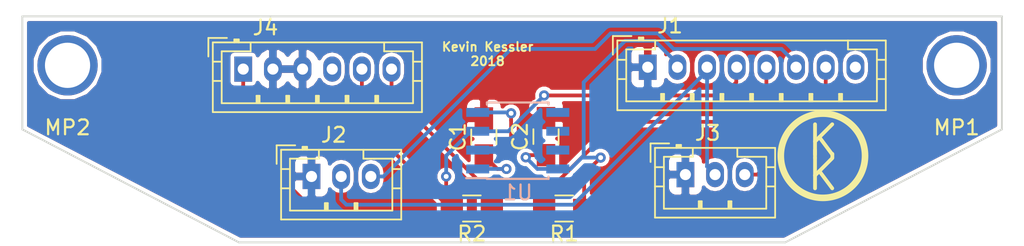
<source format=kicad_pcb>
(kicad_pcb (version 4) (host pcbnew 4.0.7-e2-6376~58~ubuntu16.04.1)

  (general
    (links 0)
    (no_connects 0)
    (area 122.825429 87.617 192.134572 104.683)
    (thickness 1.6)
    (drawings 7)
    (tracks 92)
    (zones 0)
    (modules 12)
    (nets 9)
  )

  (page A4)
  (layers
    (0 F.Cu signal)
    (31 B.Cu signal)
    (32 B.Adhes user)
    (33 F.Adhes user)
    (34 B.Paste user)
    (35 F.Paste user)
    (36 B.SilkS user)
    (37 F.SilkS user)
    (38 B.Mask user)
    (39 F.Mask user)
    (40 Dwgs.User user)
    (41 Cmts.User user)
    (42 Eco1.User user)
    (43 Eco2.User user)
    (44 Edge.Cuts user)
    (45 Margin user)
    (46 B.CrtYd user)
    (47 F.CrtYd user)
    (48 B.Fab user)
    (49 F.Fab user)
  )

  (setup
    (last_trace_width 0.254)
    (user_trace_width 0.1524)
    (user_trace_width 0.2)
    (user_trace_width 0.25)
    (user_trace_width 0.3)
    (user_trace_width 0.4)
    (user_trace_width 0.5)
    (user_trace_width 0.6)
    (user_trace_width 0.8)
    (user_trace_width 1)
    (user_trace_width 1.2)
    (user_trace_width 1.5)
    (user_trace_width 2)
    (trace_clearance 0.254)
    (zone_clearance 0.1524)
    (zone_45_only no)
    (trace_min 0.1524)
    (segment_width 0.127)
    (edge_width 0.127)
    (via_size 0.6858)
    (via_drill 0.3302)
    (via_min_size 0.6858)
    (via_min_drill 0.3302)
    (uvia_size 0.508)
    (uvia_drill 0.127)
    (uvias_allowed no)
    (uvia_min_size 0.508)
    (uvia_min_drill 0.127)
    (pcb_text_width 0.127)
    (pcb_text_size 0.6 0.6)
    (mod_edge_width 0.127)
    (mod_text_size 0.6 0.6)
    (mod_text_width 0.127)
    (pad_size 1.524 1.524)
    (pad_drill 0.762)
    (pad_to_mask_clearance 0.05)
    (pad_to_paste_clearance -0.04)
    (aux_axis_origin 0 0)
    (visible_elements FFFFFF7F)
    (pcbplotparams
      (layerselection 0x010f0_80000001)
      (usegerberextensions true)
      (usegerberattributes true)
      (excludeedgelayer false)
      (linewidth 0.150000)
      (plotframeref false)
      (viasonmask false)
      (mode 1)
      (useauxorigin true)
      (hpglpennumber 1)
      (hpglpenspeed 20)
      (hpglpendiameter 15)
      (hpglpenoverlay 2)
      (psnegative false)
      (psa4output false)
      (plotreference true)
      (plotvalue true)
      (plotinvisibletext false)
      (padsonsilk false)
      (subtractmaskfromsilk false)
      (outputformat 1)
      (mirror false)
      (drillshape 0)
      (scaleselection 1)
      (outputdirectory CAM/))
  )

  (net 0 "")
  (net 1 "Net-(C1-Pad1)")
  (net 2 GND)
  (net 3 +3V3)
  (net 4 +5V)
  (net 5 /MOSI)
  (net 6 /SDA)
  (net 7 /SCL)
  (net 8 /PIR_OUT)

  (net_class Default "Dit is de standaard class."
    (clearance 0.254)
    (trace_width 0.254)
    (via_dia 0.6858)
    (via_drill 0.3302)
    (uvia_dia 0.508)
    (uvia_drill 0.127)
    (add_net +3V3)
    (add_net +5V)
    (add_net /MOSI)
    (add_net /PIR_OUT)
    (add_net /SCL)
    (add_net /SDA)
    (add_net GND)
    (add_net "Net-(C1-Pad1)")
  )

  (net_class 0.2mm ""
    (clearance 0.2)
    (trace_width 0.2)
    (via_dia 0.6858)
    (via_drill 0.3302)
    (uvia_dia 0.508)
    (uvia_drill 0.127)
  )

  (net_class Minimal ""
    (clearance 0.1524)
    (trace_width 0.1524)
    (via_dia 0.6858)
    (via_drill 0.3302)
    (uvia_dia 0.508)
    (uvia_drill 0.127)
  )

  (module Capacitors_SMD:C_0805_HandSoldering (layer F.Cu) (tedit 58AA84A8) (tstamp 5A4DBDAB)
    (at 155.575 97.028 90)
    (descr "Capacitor SMD 0805, hand soldering")
    (tags "capacitor 0805")
    (path /5A4DB161)
    (attr smd)
    (fp_text reference C1 (at 0 -1.75 90) (layer F.SilkS)
      (effects (font (size 1 1) (thickness 0.15)))
    )
    (fp_text value 0.1u (at 0 1.75 90) (layer F.Fab)
      (effects (font (size 1 1) (thickness 0.15)))
    )
    (fp_text user %R (at 0 -1.75 90) (layer F.Fab)
      (effects (font (size 1 1) (thickness 0.15)))
    )
    (fp_line (start -1 0.62) (end -1 -0.62) (layer F.Fab) (width 0.1))
    (fp_line (start 1 0.62) (end -1 0.62) (layer F.Fab) (width 0.1))
    (fp_line (start 1 -0.62) (end 1 0.62) (layer F.Fab) (width 0.1))
    (fp_line (start -1 -0.62) (end 1 -0.62) (layer F.Fab) (width 0.1))
    (fp_line (start 0.5 -0.85) (end -0.5 -0.85) (layer F.SilkS) (width 0.12))
    (fp_line (start -0.5 0.85) (end 0.5 0.85) (layer F.SilkS) (width 0.12))
    (fp_line (start -2.25 -0.88) (end 2.25 -0.88) (layer F.CrtYd) (width 0.05))
    (fp_line (start -2.25 -0.88) (end -2.25 0.87) (layer F.CrtYd) (width 0.05))
    (fp_line (start 2.25 0.87) (end 2.25 -0.88) (layer F.CrtYd) (width 0.05))
    (fp_line (start 2.25 0.87) (end -2.25 0.87) (layer F.CrtYd) (width 0.05))
    (pad 1 smd rect (at -1.25 0 90) (size 1.5 1.25) (layers F.Cu F.Paste F.Mask)
      (net 1 "Net-(C1-Pad1)"))
    (pad 2 smd rect (at 1.25 0 90) (size 1.5 1.25) (layers F.Cu F.Paste F.Mask)
      (net 2 GND))
    (model Capacitors_SMD.3dshapes/C_0805.wrl
      (at (xyz 0 0 0))
      (scale (xyz 1 1 1))
      (rotate (xyz 0 0 0))
    )
  )

  (module Capacitors_SMD:C_0805_HandSoldering (layer F.Cu) (tedit 58AA84A8) (tstamp 5A4DBDB1)
    (at 159.766 97.008 90)
    (descr "Capacitor SMD 0805, hand soldering")
    (tags "capacitor 0805")
    (path /5A4DB21E)
    (attr smd)
    (fp_text reference C2 (at 0 -1.75 90) (layer F.SilkS)
      (effects (font (size 1 1) (thickness 0.15)))
    )
    (fp_text value 0.22u (at 0 1.75 90) (layer F.Fab)
      (effects (font (size 1 1) (thickness 0.15)))
    )
    (fp_text user %R (at 0 -1.75 90) (layer F.Fab)
      (effects (font (size 1 1) (thickness 0.15)))
    )
    (fp_line (start -1 0.62) (end -1 -0.62) (layer F.Fab) (width 0.1))
    (fp_line (start 1 0.62) (end -1 0.62) (layer F.Fab) (width 0.1))
    (fp_line (start 1 -0.62) (end 1 0.62) (layer F.Fab) (width 0.1))
    (fp_line (start -1 -0.62) (end 1 -0.62) (layer F.Fab) (width 0.1))
    (fp_line (start 0.5 -0.85) (end -0.5 -0.85) (layer F.SilkS) (width 0.12))
    (fp_line (start -0.5 0.85) (end 0.5 0.85) (layer F.SilkS) (width 0.12))
    (fp_line (start -2.25 -0.88) (end 2.25 -0.88) (layer F.CrtYd) (width 0.05))
    (fp_line (start -2.25 -0.88) (end -2.25 0.87) (layer F.CrtYd) (width 0.05))
    (fp_line (start 2.25 0.87) (end 2.25 -0.88) (layer F.CrtYd) (width 0.05))
    (fp_line (start 2.25 0.87) (end -2.25 0.87) (layer F.CrtYd) (width 0.05))
    (pad 1 smd rect (at -1.25 0 90) (size 1.5 1.25) (layers F.Cu F.Paste F.Mask)
      (net 3 +3V3))
    (pad 2 smd rect (at 1.25 0 90) (size 1.5 1.25) (layers F.Cu F.Paste F.Mask)
      (net 2 GND))
    (model Capacitors_SMD.3dshapes/C_0805.wrl
      (at (xyz 0 0 0))
      (scale (xyz 1 1 1))
      (rotate (xyz 0 0 0))
    )
  )

  (module Resistors_SMD:R_0805_HandSoldering (layer F.Cu) (tedit 58E0A804) (tstamp 5A4DBDD3)
    (at 160.989 101.854 180)
    (descr "Resistor SMD 0805, hand soldering")
    (tags "resistor 0805")
    (path /5A4DB2BD)
    (attr smd)
    (fp_text reference R1 (at 0 -1.7 180) (layer F.SilkS)
      (effects (font (size 1 1) (thickness 0.15)))
    )
    (fp_text value 2.2K (at 0 1.75 180) (layer F.Fab)
      (effects (font (size 1 1) (thickness 0.15)))
    )
    (fp_text user %R (at 0 0 360) (layer F.Fab)
      (effects (font (size 0.5 0.5) (thickness 0.075)))
    )
    (fp_line (start -1 0.62) (end -1 -0.62) (layer F.Fab) (width 0.1))
    (fp_line (start 1 0.62) (end -1 0.62) (layer F.Fab) (width 0.1))
    (fp_line (start 1 -0.62) (end 1 0.62) (layer F.Fab) (width 0.1))
    (fp_line (start -1 -0.62) (end 1 -0.62) (layer F.Fab) (width 0.1))
    (fp_line (start 0.6 0.88) (end -0.6 0.88) (layer F.SilkS) (width 0.12))
    (fp_line (start -0.6 -0.88) (end 0.6 -0.88) (layer F.SilkS) (width 0.12))
    (fp_line (start -2.35 -0.9) (end 2.35 -0.9) (layer F.CrtYd) (width 0.05))
    (fp_line (start -2.35 -0.9) (end -2.35 0.9) (layer F.CrtYd) (width 0.05))
    (fp_line (start 2.35 0.9) (end 2.35 -0.9) (layer F.CrtYd) (width 0.05))
    (fp_line (start 2.35 0.9) (end -2.35 0.9) (layer F.CrtYd) (width 0.05))
    (pad 1 smd rect (at -1.35 0 180) (size 1.5 1.3) (layers F.Cu F.Paste F.Mask)
      (net 3 +3V3))
    (pad 2 smd rect (at 1.35 0 180) (size 1.5 1.3) (layers F.Cu F.Paste F.Mask)
      (net 6 /SDA))
    (model ${KISYS3DMOD}/Resistors_SMD.3dshapes/R_0805.wrl
      (at (xyz 0 0 0))
      (scale (xyz 1 1 1))
      (rotate (xyz 0 0 0))
    )
  )

  (module Resistors_SMD:R_0805_HandSoldering (layer F.Cu) (tedit 58E0A804) (tstamp 5A4DBDD9)
    (at 154.766 101.854 180)
    (descr "Resistor SMD 0805, hand soldering")
    (tags "resistor 0805")
    (path /5A4DB438)
    (attr smd)
    (fp_text reference R2 (at 0 -1.7 180) (layer F.SilkS)
      (effects (font (size 1 1) (thickness 0.15)))
    )
    (fp_text value 2.2K (at 0 1.75 180) (layer F.Fab)
      (effects (font (size 1 1) (thickness 0.15)))
    )
    (fp_text user %R (at 0 0 180) (layer F.Fab)
      (effects (font (size 0.5 0.5) (thickness 0.075)))
    )
    (fp_line (start -1 0.62) (end -1 -0.62) (layer F.Fab) (width 0.1))
    (fp_line (start 1 0.62) (end -1 0.62) (layer F.Fab) (width 0.1))
    (fp_line (start 1 -0.62) (end 1 0.62) (layer F.Fab) (width 0.1))
    (fp_line (start -1 -0.62) (end 1 -0.62) (layer F.Fab) (width 0.1))
    (fp_line (start 0.6 0.88) (end -0.6 0.88) (layer F.SilkS) (width 0.12))
    (fp_line (start -0.6 -0.88) (end 0.6 -0.88) (layer F.SilkS) (width 0.12))
    (fp_line (start -2.35 -0.9) (end 2.35 -0.9) (layer F.CrtYd) (width 0.05))
    (fp_line (start -2.35 -0.9) (end -2.35 0.9) (layer F.CrtYd) (width 0.05))
    (fp_line (start 2.35 0.9) (end 2.35 -0.9) (layer F.CrtYd) (width 0.05))
    (fp_line (start 2.35 0.9) (end -2.35 0.9) (layer F.CrtYd) (width 0.05))
    (pad 1 smd rect (at -1.35 0 180) (size 1.5 1.3) (layers F.Cu F.Paste F.Mask)
      (net 3 +3V3))
    (pad 2 smd rect (at 1.35 0 180) (size 1.5 1.3) (layers F.Cu F.Paste F.Mask)
      (net 7 /SCL))
    (model ${KISYS3DMOD}/Resistors_SMD.3dshapes/R_0805.wrl
      (at (xyz 0 0 0))
      (scale (xyz 1 1 1))
      (rotate (xyz 0 0 0))
    )
  )

  (module Housings_SOIC:SOIC-8_3.9x4.9mm_Pitch1.27mm (layer B.Cu) (tedit 58CD0CDA) (tstamp 5A4DBDE5)
    (at 157.861 97.282)
    (descr "8-Lead Plastic Small Outline (SN) - Narrow, 3.90 mm Body [SOIC] (see Microchip Packaging Specification 00000049BS.pdf)")
    (tags "SOIC 1.27")
    (path /5A4DB096)
    (attr smd)
    (fp_text reference U1 (at 0 3.5) (layer B.SilkS)
      (effects (font (size 1 1) (thickness 0.15)) (justify mirror))
    )
    (fp_text value HIH6130 (at 0 -3.5) (layer B.Fab)
      (effects (font (size 1 1) (thickness 0.15)) (justify mirror))
    )
    (fp_text user %R (at 0 0) (layer B.Fab)
      (effects (font (size 1 1) (thickness 0.15)) (justify mirror))
    )
    (fp_line (start -0.95 2.45) (end 1.95 2.45) (layer B.Fab) (width 0.1))
    (fp_line (start 1.95 2.45) (end 1.95 -2.45) (layer B.Fab) (width 0.1))
    (fp_line (start 1.95 -2.45) (end -1.95 -2.45) (layer B.Fab) (width 0.1))
    (fp_line (start -1.95 -2.45) (end -1.95 1.45) (layer B.Fab) (width 0.1))
    (fp_line (start -1.95 1.45) (end -0.95 2.45) (layer B.Fab) (width 0.1))
    (fp_line (start -3.73 2.7) (end -3.73 -2.7) (layer B.CrtYd) (width 0.05))
    (fp_line (start 3.73 2.7) (end 3.73 -2.7) (layer B.CrtYd) (width 0.05))
    (fp_line (start -3.73 2.7) (end 3.73 2.7) (layer B.CrtYd) (width 0.05))
    (fp_line (start -3.73 -2.7) (end 3.73 -2.7) (layer B.CrtYd) (width 0.05))
    (fp_line (start -2.075 2.575) (end -2.075 2.525) (layer B.SilkS) (width 0.15))
    (fp_line (start 2.075 2.575) (end 2.075 2.43) (layer B.SilkS) (width 0.15))
    (fp_line (start 2.075 -2.575) (end 2.075 -2.43) (layer B.SilkS) (width 0.15))
    (fp_line (start -2.075 -2.575) (end -2.075 -2.43) (layer B.SilkS) (width 0.15))
    (fp_line (start -2.075 2.575) (end 2.075 2.575) (layer B.SilkS) (width 0.15))
    (fp_line (start -2.075 -2.575) (end 2.075 -2.575) (layer B.SilkS) (width 0.15))
    (fp_line (start -2.075 2.525) (end -3.475 2.525) (layer B.SilkS) (width 0.15))
    (pad 1 smd rect (at -2.7 1.905) (size 1.55 0.6) (layers B.Cu B.Paste B.Mask)
      (net 1 "Net-(C1-Pad1)"))
    (pad 2 smd rect (at -2.7 0.635) (size 1.55 0.6) (layers B.Cu B.Paste B.Mask)
      (net 2 GND))
    (pad 3 smd rect (at -2.7 -0.635) (size 1.55 0.6) (layers B.Cu B.Paste B.Mask)
      (net 7 /SCL))
    (pad 4 smd rect (at -2.7 -1.905) (size 1.55 0.6) (layers B.Cu B.Paste B.Mask)
      (net 6 /SDA))
    (pad 5 smd rect (at 2.7 -1.905) (size 1.55 0.6) (layers B.Cu B.Paste B.Mask))
    (pad 6 smd rect (at 2.7 -0.635) (size 1.55 0.6) (layers B.Cu B.Paste B.Mask))
    (pad 7 smd rect (at 2.7 0.635) (size 1.55 0.6) (layers B.Cu B.Paste B.Mask))
    (pad 8 smd rect (at 2.7 1.905) (size 1.55 0.6) (layers B.Cu B.Paste B.Mask)
      (net 3 +3V3))
    (model ${KISYS3DMOD}/Housings_SOIC.3dshapes/SOIC-8_3.9x4.9mm_Pitch1.27mm.wrl
      (at (xyz 0 0 0))
      (scale (xyz 1 1 1))
      (rotate (xyz 0 0 0))
    )
  )

  (module Connectors_JST:JST_PH_B8B-PH-K_08x2.00mm_Straight (layer F.Cu) (tedit 58D3FE4F) (tstamp 5A4EFD82)
    (at 166.624 92.329)
    (descr "JST PH series connector, B8B-PH-K, top entry type, through hole, Datasheet: http://www.jst-mfg.com/product/pdf/eng/ePH.pdf")
    (tags "connector jst ph")
    (path /5A4EF264)
    (fp_text reference J1 (at 1.5 -2.8) (layer F.SilkS)
      (effects (font (size 1 1) (thickness 0.15)))
    )
    (fp_text value MAIN_BOARD_CONNECTOR (at 7 3.8) (layer F.Fab)
      (effects (font (size 1 1) (thickness 0.15)))
    )
    (fp_line (start -2.05 -1.8) (end -2.05 2.9) (layer F.SilkS) (width 0.12))
    (fp_line (start -2.05 2.9) (end 16.05 2.9) (layer F.SilkS) (width 0.12))
    (fp_line (start 16.05 2.9) (end 16.05 -1.8) (layer F.SilkS) (width 0.12))
    (fp_line (start 16.05 -1.8) (end -2.05 -1.8) (layer F.SilkS) (width 0.12))
    (fp_line (start 0.5 -1.8) (end 0.5 -1.2) (layer F.SilkS) (width 0.12))
    (fp_line (start 0.5 -1.2) (end -1.45 -1.2) (layer F.SilkS) (width 0.12))
    (fp_line (start -1.45 -1.2) (end -1.45 2.3) (layer F.SilkS) (width 0.12))
    (fp_line (start -1.45 2.3) (end 15.45 2.3) (layer F.SilkS) (width 0.12))
    (fp_line (start 15.45 2.3) (end 15.45 -1.2) (layer F.SilkS) (width 0.12))
    (fp_line (start 15.45 -1.2) (end 13.5 -1.2) (layer F.SilkS) (width 0.12))
    (fp_line (start 13.5 -1.2) (end 13.5 -1.8) (layer F.SilkS) (width 0.12))
    (fp_line (start -2.05 -0.5) (end -1.45 -0.5) (layer F.SilkS) (width 0.12))
    (fp_line (start -2.05 0.8) (end -1.45 0.8) (layer F.SilkS) (width 0.12))
    (fp_line (start 16.05 -0.5) (end 15.45 -0.5) (layer F.SilkS) (width 0.12))
    (fp_line (start 16.05 0.8) (end 15.45 0.8) (layer F.SilkS) (width 0.12))
    (fp_line (start -0.3 -1.8) (end -0.3 -2) (layer F.SilkS) (width 0.12))
    (fp_line (start -0.3 -2) (end -0.6 -2) (layer F.SilkS) (width 0.12))
    (fp_line (start -0.6 -2) (end -0.6 -1.8) (layer F.SilkS) (width 0.12))
    (fp_line (start -0.3 -1.9) (end -0.6 -1.9) (layer F.SilkS) (width 0.12))
    (fp_line (start 0.9 2.3) (end 0.9 1.8) (layer F.SilkS) (width 0.12))
    (fp_line (start 0.9 1.8) (end 1.1 1.8) (layer F.SilkS) (width 0.12))
    (fp_line (start 1.1 1.8) (end 1.1 2.3) (layer F.SilkS) (width 0.12))
    (fp_line (start 1 2.3) (end 1 1.8) (layer F.SilkS) (width 0.12))
    (fp_line (start 2.9 2.3) (end 2.9 1.8) (layer F.SilkS) (width 0.12))
    (fp_line (start 2.9 1.8) (end 3.1 1.8) (layer F.SilkS) (width 0.12))
    (fp_line (start 3.1 1.8) (end 3.1 2.3) (layer F.SilkS) (width 0.12))
    (fp_line (start 3 2.3) (end 3 1.8) (layer F.SilkS) (width 0.12))
    (fp_line (start 4.9 2.3) (end 4.9 1.8) (layer F.SilkS) (width 0.12))
    (fp_line (start 4.9 1.8) (end 5.1 1.8) (layer F.SilkS) (width 0.12))
    (fp_line (start 5.1 1.8) (end 5.1 2.3) (layer F.SilkS) (width 0.12))
    (fp_line (start 5 2.3) (end 5 1.8) (layer F.SilkS) (width 0.12))
    (fp_line (start 6.9 2.3) (end 6.9 1.8) (layer F.SilkS) (width 0.12))
    (fp_line (start 6.9 1.8) (end 7.1 1.8) (layer F.SilkS) (width 0.12))
    (fp_line (start 7.1 1.8) (end 7.1 2.3) (layer F.SilkS) (width 0.12))
    (fp_line (start 7 2.3) (end 7 1.8) (layer F.SilkS) (width 0.12))
    (fp_line (start 8.9 2.3) (end 8.9 1.8) (layer F.SilkS) (width 0.12))
    (fp_line (start 8.9 1.8) (end 9.1 1.8) (layer F.SilkS) (width 0.12))
    (fp_line (start 9.1 1.8) (end 9.1 2.3) (layer F.SilkS) (width 0.12))
    (fp_line (start 9 2.3) (end 9 1.8) (layer F.SilkS) (width 0.12))
    (fp_line (start 10.9 2.3) (end 10.9 1.8) (layer F.SilkS) (width 0.12))
    (fp_line (start 10.9 1.8) (end 11.1 1.8) (layer F.SilkS) (width 0.12))
    (fp_line (start 11.1 1.8) (end 11.1 2.3) (layer F.SilkS) (width 0.12))
    (fp_line (start 11 2.3) (end 11 1.8) (layer F.SilkS) (width 0.12))
    (fp_line (start 12.9 2.3) (end 12.9 1.8) (layer F.SilkS) (width 0.12))
    (fp_line (start 12.9 1.8) (end 13.1 1.8) (layer F.SilkS) (width 0.12))
    (fp_line (start 13.1 1.8) (end 13.1 2.3) (layer F.SilkS) (width 0.12))
    (fp_line (start 13 2.3) (end 13 1.8) (layer F.SilkS) (width 0.12))
    (fp_line (start -1.1 -2.1) (end -2.35 -2.1) (layer F.SilkS) (width 0.12))
    (fp_line (start -2.35 -2.1) (end -2.35 -0.85) (layer F.SilkS) (width 0.12))
    (fp_line (start -1.1 -2.1) (end -2.35 -2.1) (layer F.Fab) (width 0.1))
    (fp_line (start -2.35 -2.1) (end -2.35 -0.85) (layer F.Fab) (width 0.1))
    (fp_line (start -1.95 -1.7) (end -1.95 2.8) (layer F.Fab) (width 0.1))
    (fp_line (start -1.95 2.8) (end 15.95 2.8) (layer F.Fab) (width 0.1))
    (fp_line (start 15.95 2.8) (end 15.95 -1.7) (layer F.Fab) (width 0.1))
    (fp_line (start 15.95 -1.7) (end -1.95 -1.7) (layer F.Fab) (width 0.1))
    (fp_line (start -2.45 -2.2) (end -2.45 3.3) (layer F.CrtYd) (width 0.05))
    (fp_line (start -2.45 3.3) (end 16.45 3.3) (layer F.CrtYd) (width 0.05))
    (fp_line (start 16.45 3.3) (end 16.45 -2.2) (layer F.CrtYd) (width 0.05))
    (fp_line (start 16.45 -2.2) (end -2.45 -2.2) (layer F.CrtYd) (width 0.05))
    (fp_text user %R (at 7 1.5) (layer F.Fab)
      (effects (font (size 1 1) (thickness 0.15)))
    )
    (pad 1 thru_hole rect (at 0 0) (size 1.2 1.7) (drill 0.75) (layers *.Cu *.Mask)
      (net 2 GND))
    (pad 2 thru_hole oval (at 2 0) (size 1.2 1.7) (drill 0.75) (layers *.Cu *.Mask)
      (net 3 +3V3))
    (pad 3 thru_hole oval (at 4 0) (size 1.2 1.7) (drill 0.75) (layers *.Cu *.Mask)
      (net 4 +5V))
    (pad 4 thru_hole oval (at 6 0) (size 1.2 1.7) (drill 0.75) (layers *.Cu *.Mask)
      (net 7 /SCL))
    (pad 5 thru_hole oval (at 8 0) (size 1.2 1.7) (drill 0.75) (layers *.Cu *.Mask)
      (net 6 /SDA))
    (pad 6 thru_hole oval (at 10 0) (size 1.2 1.7) (drill 0.75) (layers *.Cu *.Mask)
      (net 5 /MOSI))
    (pad 7 thru_hole oval (at 12 0) (size 1.2 1.7) (drill 0.75) (layers *.Cu *.Mask)
      (net 8 /PIR_OUT))
    (pad 8 thru_hole oval (at 14 0) (size 1.2 1.7) (drill 0.75) (layers *.Cu *.Mask))
    (model ${KISYS3DMOD}/Connectors_JST.3dshapes/JST_PH_B8B-PH-K_08x2.00mm_Straight.wrl
      (at (xyz 0 0 0))
      (scale (xyz 1 1 1))
      (rotate (xyz 0 0 0))
    )
  )

  (module Connectors_JST:JST_PH_B3B-PH-K_03x2.00mm_Straight (layer F.Cu) (tedit 58D3FE4F) (tstamp 5A4EFD8D)
    (at 143.955 99.695)
    (descr "JST PH series connector, B3B-PH-K, top entry type, through hole, Datasheet: http://www.jst-mfg.com/product/pdf/eng/ePH.pdf")
    (tags "connector jst ph")
    (path /5A4EF172)
    (fp_text reference J2 (at 1.5 -2.8) (layer F.SilkS)
      (effects (font (size 1 1) (thickness 0.15)))
    )
    (fp_text value LED_CONNECTOR (at 2 3.8) (layer F.Fab)
      (effects (font (size 1 1) (thickness 0.15)))
    )
    (fp_line (start -2.05 -1.8) (end -2.05 2.9) (layer F.SilkS) (width 0.12))
    (fp_line (start -2.05 2.9) (end 6.05 2.9) (layer F.SilkS) (width 0.12))
    (fp_line (start 6.05 2.9) (end 6.05 -1.8) (layer F.SilkS) (width 0.12))
    (fp_line (start 6.05 -1.8) (end -2.05 -1.8) (layer F.SilkS) (width 0.12))
    (fp_line (start 0.5 -1.8) (end 0.5 -1.2) (layer F.SilkS) (width 0.12))
    (fp_line (start 0.5 -1.2) (end -1.45 -1.2) (layer F.SilkS) (width 0.12))
    (fp_line (start -1.45 -1.2) (end -1.45 2.3) (layer F.SilkS) (width 0.12))
    (fp_line (start -1.45 2.3) (end 5.45 2.3) (layer F.SilkS) (width 0.12))
    (fp_line (start 5.45 2.3) (end 5.45 -1.2) (layer F.SilkS) (width 0.12))
    (fp_line (start 5.45 -1.2) (end 3.5 -1.2) (layer F.SilkS) (width 0.12))
    (fp_line (start 3.5 -1.2) (end 3.5 -1.8) (layer F.SilkS) (width 0.12))
    (fp_line (start -2.05 -0.5) (end -1.45 -0.5) (layer F.SilkS) (width 0.12))
    (fp_line (start -2.05 0.8) (end -1.45 0.8) (layer F.SilkS) (width 0.12))
    (fp_line (start 6.05 -0.5) (end 5.45 -0.5) (layer F.SilkS) (width 0.12))
    (fp_line (start 6.05 0.8) (end 5.45 0.8) (layer F.SilkS) (width 0.12))
    (fp_line (start -0.3 -1.8) (end -0.3 -2) (layer F.SilkS) (width 0.12))
    (fp_line (start -0.3 -2) (end -0.6 -2) (layer F.SilkS) (width 0.12))
    (fp_line (start -0.6 -2) (end -0.6 -1.8) (layer F.SilkS) (width 0.12))
    (fp_line (start -0.3 -1.9) (end -0.6 -1.9) (layer F.SilkS) (width 0.12))
    (fp_line (start 0.9 2.3) (end 0.9 1.8) (layer F.SilkS) (width 0.12))
    (fp_line (start 0.9 1.8) (end 1.1 1.8) (layer F.SilkS) (width 0.12))
    (fp_line (start 1.1 1.8) (end 1.1 2.3) (layer F.SilkS) (width 0.12))
    (fp_line (start 1 2.3) (end 1 1.8) (layer F.SilkS) (width 0.12))
    (fp_line (start 2.9 2.3) (end 2.9 1.8) (layer F.SilkS) (width 0.12))
    (fp_line (start 2.9 1.8) (end 3.1 1.8) (layer F.SilkS) (width 0.12))
    (fp_line (start 3.1 1.8) (end 3.1 2.3) (layer F.SilkS) (width 0.12))
    (fp_line (start 3 2.3) (end 3 1.8) (layer F.SilkS) (width 0.12))
    (fp_line (start -1.1 -2.1) (end -2.35 -2.1) (layer F.SilkS) (width 0.12))
    (fp_line (start -2.35 -2.1) (end -2.35 -0.85) (layer F.SilkS) (width 0.12))
    (fp_line (start -1.1 -2.1) (end -2.35 -2.1) (layer F.Fab) (width 0.1))
    (fp_line (start -2.35 -2.1) (end -2.35 -0.85) (layer F.Fab) (width 0.1))
    (fp_line (start -1.95 -1.7) (end -1.95 2.8) (layer F.Fab) (width 0.1))
    (fp_line (start -1.95 2.8) (end 5.95 2.8) (layer F.Fab) (width 0.1))
    (fp_line (start 5.95 2.8) (end 5.95 -1.7) (layer F.Fab) (width 0.1))
    (fp_line (start 5.95 -1.7) (end -1.95 -1.7) (layer F.Fab) (width 0.1))
    (fp_line (start -2.45 -2.2) (end -2.45 3.3) (layer F.CrtYd) (width 0.05))
    (fp_line (start -2.45 3.3) (end 6.45 3.3) (layer F.CrtYd) (width 0.05))
    (fp_line (start 6.45 3.3) (end 6.45 -2.2) (layer F.CrtYd) (width 0.05))
    (fp_line (start 6.45 -2.2) (end -2.45 -2.2) (layer F.CrtYd) (width 0.05))
    (fp_text user %R (at 2 1.5) (layer F.Fab)
      (effects (font (size 1 1) (thickness 0.15)))
    )
    (pad 1 thru_hole rect (at 0 0) (size 1.2 1.7) (drill 0.75) (layers *.Cu *.Mask)
      (net 2 GND))
    (pad 2 thru_hole oval (at 2 0) (size 1.2 1.7) (drill 0.75) (layers *.Cu *.Mask)
      (net 4 +5V))
    (pad 3 thru_hole oval (at 4 0) (size 1.2 1.7) (drill 0.75) (layers *.Cu *.Mask)
      (net 5 /MOSI))
    (model ${KISYS3DMOD}/Connectors_JST.3dshapes/JST_PH_B3B-PH-K_03x2.00mm_Straight.wrl
      (at (xyz 0 0 0))
      (scale (xyz 1 1 1))
      (rotate (xyz 0 0 0))
    )
  )

  (module Connectors_JST:JST_PH_B3B-PH-K_03x2.00mm_Straight (layer F.Cu) (tedit 58D3FE4F) (tstamp 5A4EFD93)
    (at 169.164 99.568)
    (descr "JST PH series connector, B3B-PH-K, top entry type, through hole, Datasheet: http://www.jst-mfg.com/product/pdf/eng/ePH.pdf")
    (tags "connector jst ph")
    (path /5A4EF111)
    (fp_text reference J3 (at 1.5 -2.8) (layer F.SilkS)
      (effects (font (size 1 1) (thickness 0.15)))
    )
    (fp_text value PIR_CONNECTOR (at 2 3.8) (layer F.Fab)
      (effects (font (size 1 1) (thickness 0.15)))
    )
    (fp_line (start -2.05 -1.8) (end -2.05 2.9) (layer F.SilkS) (width 0.12))
    (fp_line (start -2.05 2.9) (end 6.05 2.9) (layer F.SilkS) (width 0.12))
    (fp_line (start 6.05 2.9) (end 6.05 -1.8) (layer F.SilkS) (width 0.12))
    (fp_line (start 6.05 -1.8) (end -2.05 -1.8) (layer F.SilkS) (width 0.12))
    (fp_line (start 0.5 -1.8) (end 0.5 -1.2) (layer F.SilkS) (width 0.12))
    (fp_line (start 0.5 -1.2) (end -1.45 -1.2) (layer F.SilkS) (width 0.12))
    (fp_line (start -1.45 -1.2) (end -1.45 2.3) (layer F.SilkS) (width 0.12))
    (fp_line (start -1.45 2.3) (end 5.45 2.3) (layer F.SilkS) (width 0.12))
    (fp_line (start 5.45 2.3) (end 5.45 -1.2) (layer F.SilkS) (width 0.12))
    (fp_line (start 5.45 -1.2) (end 3.5 -1.2) (layer F.SilkS) (width 0.12))
    (fp_line (start 3.5 -1.2) (end 3.5 -1.8) (layer F.SilkS) (width 0.12))
    (fp_line (start -2.05 -0.5) (end -1.45 -0.5) (layer F.SilkS) (width 0.12))
    (fp_line (start -2.05 0.8) (end -1.45 0.8) (layer F.SilkS) (width 0.12))
    (fp_line (start 6.05 -0.5) (end 5.45 -0.5) (layer F.SilkS) (width 0.12))
    (fp_line (start 6.05 0.8) (end 5.45 0.8) (layer F.SilkS) (width 0.12))
    (fp_line (start -0.3 -1.8) (end -0.3 -2) (layer F.SilkS) (width 0.12))
    (fp_line (start -0.3 -2) (end -0.6 -2) (layer F.SilkS) (width 0.12))
    (fp_line (start -0.6 -2) (end -0.6 -1.8) (layer F.SilkS) (width 0.12))
    (fp_line (start -0.3 -1.9) (end -0.6 -1.9) (layer F.SilkS) (width 0.12))
    (fp_line (start 0.9 2.3) (end 0.9 1.8) (layer F.SilkS) (width 0.12))
    (fp_line (start 0.9 1.8) (end 1.1 1.8) (layer F.SilkS) (width 0.12))
    (fp_line (start 1.1 1.8) (end 1.1 2.3) (layer F.SilkS) (width 0.12))
    (fp_line (start 1 2.3) (end 1 1.8) (layer F.SilkS) (width 0.12))
    (fp_line (start 2.9 2.3) (end 2.9 1.8) (layer F.SilkS) (width 0.12))
    (fp_line (start 2.9 1.8) (end 3.1 1.8) (layer F.SilkS) (width 0.12))
    (fp_line (start 3.1 1.8) (end 3.1 2.3) (layer F.SilkS) (width 0.12))
    (fp_line (start 3 2.3) (end 3 1.8) (layer F.SilkS) (width 0.12))
    (fp_line (start -1.1 -2.1) (end -2.35 -2.1) (layer F.SilkS) (width 0.12))
    (fp_line (start -2.35 -2.1) (end -2.35 -0.85) (layer F.SilkS) (width 0.12))
    (fp_line (start -1.1 -2.1) (end -2.35 -2.1) (layer F.Fab) (width 0.1))
    (fp_line (start -2.35 -2.1) (end -2.35 -0.85) (layer F.Fab) (width 0.1))
    (fp_line (start -1.95 -1.7) (end -1.95 2.8) (layer F.Fab) (width 0.1))
    (fp_line (start -1.95 2.8) (end 5.95 2.8) (layer F.Fab) (width 0.1))
    (fp_line (start 5.95 2.8) (end 5.95 -1.7) (layer F.Fab) (width 0.1))
    (fp_line (start 5.95 -1.7) (end -1.95 -1.7) (layer F.Fab) (width 0.1))
    (fp_line (start -2.45 -2.2) (end -2.45 3.3) (layer F.CrtYd) (width 0.05))
    (fp_line (start -2.45 3.3) (end 6.45 3.3) (layer F.CrtYd) (width 0.05))
    (fp_line (start 6.45 3.3) (end 6.45 -2.2) (layer F.CrtYd) (width 0.05))
    (fp_line (start 6.45 -2.2) (end -2.45 -2.2) (layer F.CrtYd) (width 0.05))
    (fp_text user %R (at 2 1.5) (layer F.Fab)
      (effects (font (size 1 1) (thickness 0.15)))
    )
    (pad 1 thru_hole rect (at 0 0) (size 1.2 1.7) (drill 0.75) (layers *.Cu *.Mask)
      (net 2 GND))
    (pad 2 thru_hole oval (at 2 0) (size 1.2 1.7) (drill 0.75) (layers *.Cu *.Mask)
      (net 4 +5V))
    (pad 3 thru_hole oval (at 4 0) (size 1.2 1.7) (drill 0.75) (layers *.Cu *.Mask)
      (net 8 /PIR_OUT))
    (model ${KISYS3DMOD}/Connectors_JST.3dshapes/JST_PH_B3B-PH-K_03x2.00mm_Straight.wrl
      (at (xyz 0 0 0))
      (scale (xyz 1 1 1))
      (rotate (xyz 0 0 0))
    )
  )

  (module Connectors_JST:JST_PH_B6B-PH-K_06x2.00mm_Straight (layer F.Cu) (tedit 58D3FE4F) (tstamp 5A4EFDA2)
    (at 139.352 92.456)
    (descr "JST PH series connector, B6B-PH-K, top entry type, through hole, Datasheet: http://www.jst-mfg.com/product/pdf/eng/ePH.pdf")
    (tags "connector jst ph")
    (path /5A4F04D3)
    (fp_text reference J4 (at 1.5 -2.8) (layer F.SilkS)
      (effects (font (size 1 1) (thickness 0.15)))
    )
    (fp_text value MAX44009_CONNECTOR (at 5 3.8) (layer F.Fab)
      (effects (font (size 1 1) (thickness 0.15)))
    )
    (fp_line (start -2.05 -1.8) (end -2.05 2.9) (layer F.SilkS) (width 0.12))
    (fp_line (start -2.05 2.9) (end 12.05 2.9) (layer F.SilkS) (width 0.12))
    (fp_line (start 12.05 2.9) (end 12.05 -1.8) (layer F.SilkS) (width 0.12))
    (fp_line (start 12.05 -1.8) (end -2.05 -1.8) (layer F.SilkS) (width 0.12))
    (fp_line (start 0.5 -1.8) (end 0.5 -1.2) (layer F.SilkS) (width 0.12))
    (fp_line (start 0.5 -1.2) (end -1.45 -1.2) (layer F.SilkS) (width 0.12))
    (fp_line (start -1.45 -1.2) (end -1.45 2.3) (layer F.SilkS) (width 0.12))
    (fp_line (start -1.45 2.3) (end 11.45 2.3) (layer F.SilkS) (width 0.12))
    (fp_line (start 11.45 2.3) (end 11.45 -1.2) (layer F.SilkS) (width 0.12))
    (fp_line (start 11.45 -1.2) (end 9.5 -1.2) (layer F.SilkS) (width 0.12))
    (fp_line (start 9.5 -1.2) (end 9.5 -1.8) (layer F.SilkS) (width 0.12))
    (fp_line (start -2.05 -0.5) (end -1.45 -0.5) (layer F.SilkS) (width 0.12))
    (fp_line (start -2.05 0.8) (end -1.45 0.8) (layer F.SilkS) (width 0.12))
    (fp_line (start 12.05 -0.5) (end 11.45 -0.5) (layer F.SilkS) (width 0.12))
    (fp_line (start 12.05 0.8) (end 11.45 0.8) (layer F.SilkS) (width 0.12))
    (fp_line (start -0.3 -1.8) (end -0.3 -2) (layer F.SilkS) (width 0.12))
    (fp_line (start -0.3 -2) (end -0.6 -2) (layer F.SilkS) (width 0.12))
    (fp_line (start -0.6 -2) (end -0.6 -1.8) (layer F.SilkS) (width 0.12))
    (fp_line (start -0.3 -1.9) (end -0.6 -1.9) (layer F.SilkS) (width 0.12))
    (fp_line (start 0.9 2.3) (end 0.9 1.8) (layer F.SilkS) (width 0.12))
    (fp_line (start 0.9 1.8) (end 1.1 1.8) (layer F.SilkS) (width 0.12))
    (fp_line (start 1.1 1.8) (end 1.1 2.3) (layer F.SilkS) (width 0.12))
    (fp_line (start 1 2.3) (end 1 1.8) (layer F.SilkS) (width 0.12))
    (fp_line (start 2.9 2.3) (end 2.9 1.8) (layer F.SilkS) (width 0.12))
    (fp_line (start 2.9 1.8) (end 3.1 1.8) (layer F.SilkS) (width 0.12))
    (fp_line (start 3.1 1.8) (end 3.1 2.3) (layer F.SilkS) (width 0.12))
    (fp_line (start 3 2.3) (end 3 1.8) (layer F.SilkS) (width 0.12))
    (fp_line (start 4.9 2.3) (end 4.9 1.8) (layer F.SilkS) (width 0.12))
    (fp_line (start 4.9 1.8) (end 5.1 1.8) (layer F.SilkS) (width 0.12))
    (fp_line (start 5.1 1.8) (end 5.1 2.3) (layer F.SilkS) (width 0.12))
    (fp_line (start 5 2.3) (end 5 1.8) (layer F.SilkS) (width 0.12))
    (fp_line (start 6.9 2.3) (end 6.9 1.8) (layer F.SilkS) (width 0.12))
    (fp_line (start 6.9 1.8) (end 7.1 1.8) (layer F.SilkS) (width 0.12))
    (fp_line (start 7.1 1.8) (end 7.1 2.3) (layer F.SilkS) (width 0.12))
    (fp_line (start 7 2.3) (end 7 1.8) (layer F.SilkS) (width 0.12))
    (fp_line (start 8.9 2.3) (end 8.9 1.8) (layer F.SilkS) (width 0.12))
    (fp_line (start 8.9 1.8) (end 9.1 1.8) (layer F.SilkS) (width 0.12))
    (fp_line (start 9.1 1.8) (end 9.1 2.3) (layer F.SilkS) (width 0.12))
    (fp_line (start 9 2.3) (end 9 1.8) (layer F.SilkS) (width 0.12))
    (fp_line (start -1.1 -2.1) (end -2.35 -2.1) (layer F.SilkS) (width 0.12))
    (fp_line (start -2.35 -2.1) (end -2.35 -0.85) (layer F.SilkS) (width 0.12))
    (fp_line (start -1.1 -2.1) (end -2.35 -2.1) (layer F.Fab) (width 0.1))
    (fp_line (start -2.35 -2.1) (end -2.35 -0.85) (layer F.Fab) (width 0.1))
    (fp_line (start -1.95 -1.7) (end -1.95 2.8) (layer F.Fab) (width 0.1))
    (fp_line (start -1.95 2.8) (end 11.95 2.8) (layer F.Fab) (width 0.1))
    (fp_line (start 11.95 2.8) (end 11.95 -1.7) (layer F.Fab) (width 0.1))
    (fp_line (start 11.95 -1.7) (end -1.95 -1.7) (layer F.Fab) (width 0.1))
    (fp_line (start -2.45 -2.2) (end -2.45 3.3) (layer F.CrtYd) (width 0.05))
    (fp_line (start -2.45 3.3) (end 12.45 3.3) (layer F.CrtYd) (width 0.05))
    (fp_line (start 12.45 3.3) (end 12.45 -2.2) (layer F.CrtYd) (width 0.05))
    (fp_line (start 12.45 -2.2) (end -2.45 -2.2) (layer F.CrtYd) (width 0.05))
    (fp_text user %R (at 5 1.5) (layer F.Fab)
      (effects (font (size 1 1) (thickness 0.15)))
    )
    (pad 1 thru_hole rect (at 0 0) (size 1.2 1.7) (drill 0.75) (layers *.Cu *.Mask)
      (net 3 +3V3))
    (pad 2 thru_hole oval (at 2 0) (size 1.2 1.7) (drill 0.75) (layers *.Cu *.Mask)
      (net 2 GND))
    (pad 3 thru_hole oval (at 4 0) (size 1.2 1.7) (drill 0.75) (layers *.Cu *.Mask)
      (net 2 GND))
    (pad 4 thru_hole oval (at 6 0) (size 1.2 1.7) (drill 0.75) (layers *.Cu *.Mask))
    (pad 5 thru_hole oval (at 8 0) (size 1.2 1.7) (drill 0.75) (layers *.Cu *.Mask)
      (net 7 /SCL))
    (pad 6 thru_hole oval (at 10 0) (size 1.2 1.7) (drill 0.75) (layers *.Cu *.Mask)
      (net 6 /SDA))
    (model ${KISYS3DMOD}/Connectors_JST.3dshapes/JST_PH_B6B-PH-K_06x2.00mm_Straight.wrl
      (at (xyz 0 0 0))
      (scale (xyz 1 1 1))
      (rotate (xyz 0 0 0))
    )
  )

  (module KevinLib:TH-M3 (layer F.Cu) (tedit 59002110) (tstamp 5A4F0632)
    (at 187.452 92.202)
    (path /5A4F098D)
    (fp_text reference MP1 (at 0 4.191) (layer F.SilkS)
      (effects (font (size 1 1) (thickness 0.15)))
    )
    (fp_text value MOUNTHOLE (at 0 -3.556) (layer F.Fab)
      (effects (font (size 1 1) (thickness 0.15)))
    )
    (pad "" np_thru_hole circle (at 0 0) (size 4.064 4.064) (drill 3.048) (layers *.Cu *.Mask))
  )

  (module KevinLib:TH-M3 (layer F.Cu) (tedit 59002110) (tstamp 5A4F0637)
    (at 127.508 92.202)
    (path /5A4F09C2)
    (fp_text reference MP2 (at 0 4.191) (layer F.SilkS)
      (effects (font (size 1 1) (thickness 0.15)))
    )
    (fp_text value MOUNTHOLE (at 0 -3.556) (layer F.Fab)
      (effects (font (size 1 1) (thickness 0.15)))
    )
    (pad "" np_thru_hole circle (at 0 0) (size 4.064 4.064) (drill 3.048) (layers *.Cu *.Mask))
  )

  (module KevinLib:Logo (layer F.Cu) (tedit 59011647) (tstamp 5A4F12BE)
    (at 178.435 98.298)
    (fp_text reference REF** (at 0 5.207) (layer F.SilkS) hide
      (effects (font (size 1 1) (thickness 0.15)))
    )
    (fp_text value Logo (at 0 -4.318) (layer F.Fab) hide
      (effects (font (size 1 1) (thickness 0.15)))
    )
    (fp_line (start 0.635 -0.127) (end 0.635 0.127) (layer F.SilkS) (width 0.254))
    (fp_line (start -0.5334 -0.381) (end -0.5334 0.127) (layer F.SilkS) (width 0.254))
    (fp_circle (center 0 0) (end 2.54 -1.27) (layer F.SilkS) (width 0.4445))
    (fp_text user K (at 0 -1.016) (layer F.SilkS)
      (effects (font (size 2.032 2.032) (thickness 0.254)))
    )
    (fp_text user K (at 0 1.27) (layer F.SilkS)
      (effects (font (size 2.032 2.032) (thickness 0.254)))
    )
  )

  (gr_text "Kevin Kessler\n2018" (at 155.829 91.44) (layer F.SilkS)
    (effects (font (size 0.6 0.6) (thickness 0.127)))
  )
  (gr_line (start 139.065 104.14) (end 175.895 104.14) (layer Edge.Cuts) (width 0.127))
  (gr_line (start 190.5 96.52) (end 190.5 88.9) (layer Edge.Cuts) (width 0.127))
  (gr_line (start 175.895 104.14) (end 190.5 96.52) (layer Edge.Cuts) (width 0.127))
  (gr_line (start 124.46 96.52) (end 139.065 104.14) (layer Edge.Cuts) (width 0.127))
  (gr_line (start 124.46 88.9) (end 124.46 96.52) (layer Edge.Cuts) (width 0.127))
  (gr_line (start 190.5 88.9) (end 124.46 88.9) (layer Edge.Cuts) (width 0.127))

  (segment (start 157.099 99.187) (end 156.484 99.187) (width 0.254) (layer F.Cu) (net 1))
  (segment (start 156.484 99.187) (end 155.575 98.278) (width 0.254) (layer F.Cu) (net 1))
  (via (at 157.099 99.187) (size 0.6858) (drill 0.3302) (layers F.Cu B.Cu) (net 1))
  (segment (start 155.161 99.187) (end 157.099 99.187) (width 0.254) (layer B.Cu) (net 1))
  (segment (start 155.956 93.599) (end 155.575 93.98) (width 0.254) (layer F.Cu) (net 2))
  (segment (start 155.575 93.98) (end 155.575 95.778) (width 0.254) (layer F.Cu) (net 2))
  (segment (start 156.728 93.599) (end 155.956 93.599) (width 0.254) (layer F.Cu) (net 2))
  (segment (start 159.766 95.758) (end 158.887 95.758) (width 0.254) (layer F.Cu) (net 2))
  (segment (start 158.887 95.758) (end 156.728 93.599) (width 0.254) (layer F.Cu) (net 2))
  (segment (start 159.184668 99.187) (end 158.742408 98.74474) (width 0.254) (layer B.Cu) (net 3))
  (segment (start 160.561 99.187) (end 159.184668 99.187) (width 0.254) (layer B.Cu) (net 3))
  (segment (start 158.742408 98.74474) (end 158.399509 98.401841) (width 0.254) (layer B.Cu) (net 3))
  (segment (start 158.54335 98.258) (end 158.399509 98.401841) (width 0.254) (layer F.Cu) (net 3))
  (segment (start 159.766 98.258) (end 158.54335 98.258) (width 0.254) (layer F.Cu) (net 3))
  (via (at 158.399509 98.401841) (size 0.6858) (drill 0.3302) (layers F.Cu B.Cu) (net 3))
  (segment (start 156.116 101.854) (end 156.116 102.758) (width 0.254) (layer F.Cu) (net 3))
  (segment (start 156.116 102.758) (end 155.988999 102.885001) (width 0.254) (layer F.Cu) (net 3))
  (segment (start 139.352 97.227802) (end 139.352 93.56) (width 0.254) (layer F.Cu) (net 3))
  (segment (start 155.988999 102.885001) (end 145.009199 102.885001) (width 0.254) (layer F.Cu) (net 3))
  (segment (start 145.009199 102.885001) (end 139.352 97.227802) (width 0.254) (layer F.Cu) (net 3))
  (segment (start 139.352 93.56) (end 139.352 92.456) (width 0.254) (layer F.Cu) (net 3))
  (segment (start 162.339 101.854) (end 162.339 102.758) (width 0.254) (layer F.Cu) (net 3))
  (segment (start 162.339 102.758) (end 162.211999 102.885001) (width 0.254) (layer F.Cu) (net 3))
  (segment (start 162.211999 102.885001) (end 156.243001 102.885001) (width 0.254) (layer F.Cu) (net 3))
  (segment (start 156.243001 102.885001) (end 156.116 102.758) (width 0.254) (layer F.Cu) (net 3))
  (segment (start 162.306 98.298) (end 162.179 98.425) (width 0.254) (layer B.Cu) (net 3))
  (segment (start 162.179 98.425) (end 161.417 99.187) (width 0.254) (layer B.Cu) (net 3))
  (segment (start 163.449 98.425) (end 162.964067 98.425) (width 0.254) (layer B.Cu) (net 3))
  (segment (start 162.964067 98.425) (end 162.179 98.425) (width 0.254) (layer B.Cu) (net 3))
  (segment (start 162.339 99.535) (end 163.449 98.425) (width 0.254) (layer F.Cu) (net 3))
  (segment (start 162.339 101.854) (end 162.339 99.535) (width 0.254) (layer F.Cu) (net 3))
  (via (at 163.449 98.425) (size 0.6858) (drill 0.3302) (layers F.Cu B.Cu) (net 3))
  (segment (start 168.624 92.329) (end 168.624 92.079) (width 0.254) (layer B.Cu) (net 3))
  (segment (start 165.1 90.551) (end 162.306 93.345) (width 0.254) (layer B.Cu) (net 3))
  (segment (start 168.624 92.079) (end 167.096 90.551) (width 0.254) (layer B.Cu) (net 3))
  (segment (start 167.096 90.551) (end 165.1 90.551) (width 0.254) (layer B.Cu) (net 3))
  (segment (start 162.306 93.345) (end 162.306 98.298) (width 0.254) (layer B.Cu) (net 3))
  (segment (start 161.417 99.187) (end 160.561 99.187) (width 0.254) (layer B.Cu) (net 3))
  (segment (start 170.624 92.329) (end 170.624 92.579) (width 0.254) (layer B.Cu) (net 4))
  (segment (start 170.624 92.579) (end 161.603 101.6) (width 0.254) (layer B.Cu) (net 4))
  (segment (start 161.603 101.6) (end 146.304 101.6) (width 0.254) (layer B.Cu) (net 4))
  (segment (start 146.304 101.6) (end 145.955 101.251) (width 0.254) (layer B.Cu) (net 4))
  (segment (start 145.955 101.251) (end 145.955 99.695) (width 0.254) (layer B.Cu) (net 4))
  (segment (start 145.955 99.945) (end 145.955 99.695) (width 0.254) (layer B.Cu) (net 4))
  (segment (start 170.624 92.329) (end 170.624 99.028) (width 0.254) (layer B.Cu) (net 4))
  (segment (start 170.624 99.028) (end 171.164 99.568) (width 0.254) (layer B.Cu) (net 4))
  (segment (start 148.809 99.695) (end 147.955 99.695) (width 0.254) (layer B.Cu) (net 5))
  (segment (start 157.406001 91.097999) (end 148.809 99.695) (width 0.254) (layer B.Cu) (net 5))
  (segment (start 167.306425 90.042989) (end 164.127575 90.042989) (width 0.254) (layer B.Cu) (net 5))
  (segment (start 175.642999 91.097999) (end 168.361435 91.097999) (width 0.254) (layer B.Cu) (net 5))
  (segment (start 168.361435 91.097999) (end 167.306425 90.042989) (width 0.254) (layer B.Cu) (net 5))
  (segment (start 176.624 92.329) (end 176.624 92.079) (width 0.254) (layer B.Cu) (net 5))
  (segment (start 164.127575 90.042989) (end 163.072565 91.097999) (width 0.254) (layer B.Cu) (net 5))
  (segment (start 163.072565 91.097999) (end 157.406001 91.097999) (width 0.254) (layer B.Cu) (net 5))
  (segment (start 176.624 92.079) (end 175.642999 91.097999) (width 0.254) (layer B.Cu) (net 5))
  (segment (start 157.412618 95.921551) (end 157.412618 95.436618) (width 0.254) (layer F.Cu) (net 6))
  (segment (start 158.623 99.673481) (end 157.412618 98.463099) (width 0.254) (layer F.Cu) (net 6))
  (segment (start 158.623 100.457) (end 158.623 99.673481) (width 0.254) (layer F.Cu) (net 6))
  (segment (start 157.412618 98.463099) (end 157.412618 95.921551) (width 0.254) (layer F.Cu) (net 6))
  (segment (start 174.624 93.473) (end 174.624 93.433) (width 0.254) (layer F.Cu) (net 6))
  (segment (start 172.085 96.012) (end 174.624 93.473) (width 0.254) (layer F.Cu) (net 6))
  (segment (start 164.577 96.012) (end 172.085 96.012) (width 0.254) (layer F.Cu) (net 6))
  (segment (start 159.639 100.95) (end 164.577 96.012) (width 0.254) (layer F.Cu) (net 6))
  (segment (start 159.639 101.854) (end 159.639 100.95) (width 0.254) (layer F.Cu) (net 6))
  (segment (start 174.624 93.433) (end 174.624 92.329) (width 0.254) (layer F.Cu) (net 6))
  (segment (start 157.353 95.377) (end 157.412618 95.436618) (width 0.254) (layer B.Cu) (net 6))
  (segment (start 155.161 95.377) (end 157.353 95.377) (width 0.254) (layer B.Cu) (net 6))
  (via (at 157.412618 95.436618) (size 0.6858) (drill 0.3302) (layers F.Cu B.Cu) (net 6))
  (segment (start 149.352 92.456) (end 149.352 94.115802) (width 0.254) (layer F.Cu) (net 6))
  (segment (start 149.352 94.115802) (end 155.693198 100.457) (width 0.254) (layer F.Cu) (net 6))
  (segment (start 155.693198 100.457) (end 158.623 100.457) (width 0.254) (layer F.Cu) (net 6))
  (segment (start 158.623 100.457) (end 159.639 101.473) (width 0.254) (layer F.Cu) (net 6))
  (segment (start 159.639 101.473) (end 159.639 101.854) (width 0.254) (layer F.Cu) (net 6))
  (segment (start 172.593 93.345) (end 172.593 92.36) (width 0.254) (layer F.Cu) (net 7))
  (segment (start 172.593 92.36) (end 172.624 92.329) (width 0.254) (layer F.Cu) (net 7))
  (segment (start 171.704 94.234) (end 172.593 93.345) (width 0.254) (layer F.Cu) (net 7))
  (segment (start 159.639 94.234) (end 171.704 94.234) (width 0.254) (layer F.Cu) (net 7))
  (segment (start 157.226 96.647) (end 159.639 94.234) (width 0.254) (layer B.Cu) (net 7))
  (segment (start 155.161 96.647) (end 157.226 96.647) (width 0.254) (layer B.Cu) (net 7))
  (via (at 159.639 94.234) (size 0.6858) (drill 0.3302) (layers F.Cu B.Cu) (net 7))
  (segment (start 153.035 99.695) (end 153.035 101.473) (width 0.254) (layer F.Cu) (net 7))
  (segment (start 153.035 101.473) (end 153.416 101.854) (width 0.254) (layer F.Cu) (net 7))
  (segment (start 155.161 96.647) (end 154.686 96.647) (width 0.254) (layer B.Cu) (net 7))
  (segment (start 154.686 96.647) (end 153.035 98.298) (width 0.254) (layer B.Cu) (net 7))
  (segment (start 153.035 98.298) (end 153.035 99.695) (width 0.254) (layer B.Cu) (net 7))
  (via (at 153.035 99.695) (size 0.6858) (drill 0.3302) (layers F.Cu B.Cu) (net 7))
  (segment (start 147.352 92.456) (end 147.352 95.89) (width 0.254) (layer F.Cu) (net 7))
  (segment (start 147.352 95.89) (end 153.316 101.854) (width 0.254) (layer F.Cu) (net 7))
  (segment (start 153.316 101.854) (end 153.416 101.854) (width 0.254) (layer F.Cu) (net 7))
  (segment (start 178.624 92.329) (end 178.624 94.962) (width 0.254) (layer F.Cu) (net 8))
  (segment (start 178.624 94.962) (end 174.018 99.568) (width 0.254) (layer F.Cu) (net 8))
  (segment (start 174.018 99.568) (end 173.164 99.568) (width 0.254) (layer F.Cu) (net 8))

  (zone (net 2) (net_name GND) (layer F.Cu) (tstamp 0) (hatch edge 0.508)
    (connect_pads (clearance 0.254))
    (min_thickness 0.254)
    (fill yes (arc_segments 16) (thermal_gap 0.508) (thermal_bridge_width 0.508))
    (polygon
      (pts
        (xy 124.46 88.773) (xy 190.5 88.9) (xy 190.5 96.52) (xy 175.895 104.14) (xy 139.065 104.14)
        (xy 124.46 96.52)
      )
    )
    (filled_polygon
      (pts
        (xy 190.0555 96.250551) (xy 175.786014 103.6955) (xy 139.173986 103.6955) (xy 124.9045 96.250551) (xy 124.9045 92.67987)
        (xy 125.094583 92.67987) (xy 125.461166 93.567069) (xy 126.139361 94.246449) (xy 127.025919 94.61458) (xy 127.98587 94.615417)
        (xy 128.873069 94.248834) (xy 129.552449 93.570639) (xy 129.92058 92.684081) (xy 129.921417 91.72413) (xy 129.872607 91.606)
        (xy 138.363536 91.606) (xy 138.363536 93.306) (xy 138.390103 93.44719) (xy 138.473546 93.576865) (xy 138.600866 93.663859)
        (xy 138.752 93.694464) (xy 138.844 93.694464) (xy 138.844 97.227802) (xy 138.882669 97.422205) (xy 138.99279 97.587012)
        (xy 144.649989 103.244212) (xy 144.814796 103.354332) (xy 145.009199 103.393001) (xy 155.988999 103.393001) (xy 156.116 103.367739)
        (xy 156.243001 103.393001) (xy 162.211999 103.393001) (xy 162.406402 103.354332) (xy 162.571209 103.244211) (xy 162.698211 103.11721)
        (xy 162.808331 102.952403) (xy 162.820254 102.892464) (xy 163.089 102.892464) (xy 163.23019 102.865897) (xy 163.359865 102.782454)
        (xy 163.446859 102.655134) (xy 163.477464 102.504) (xy 163.477464 101.204) (xy 163.450897 101.06281) (xy 163.367454 100.933135)
        (xy 163.240134 100.846141) (xy 163.089 100.815536) (xy 162.847 100.815536) (xy 162.847 99.85375) (xy 167.929 99.85375)
        (xy 167.929 100.54431) (xy 168.025673 100.777699) (xy 168.204302 100.956327) (xy 168.437691 101.053) (xy 168.87825 101.053)
        (xy 169.037 100.89425) (xy 169.037 99.695) (xy 168.08775 99.695) (xy 167.929 99.85375) (xy 162.847 99.85375)
        (xy 162.847 99.74542) (xy 163.443525 99.148895) (xy 163.592361 99.149025) (xy 163.858521 99.03905) (xy 164.062335 98.835592)
        (xy 164.163611 98.59169) (xy 167.929 98.59169) (xy 167.929 99.28225) (xy 168.08775 99.441) (xy 169.037 99.441)
        (xy 169.037 98.24175) (xy 169.291 98.24175) (xy 169.291 99.441) (xy 169.311 99.441) (xy 169.311 99.695)
        (xy 169.291 99.695) (xy 169.291 100.89425) (xy 169.44975 101.053) (xy 169.890309 101.053) (xy 170.123698 100.956327)
        (xy 170.302327 100.777699) (xy 170.399 100.54431) (xy 170.399 100.429039) (xy 170.470328 100.535789) (xy 170.788588 100.748443)
        (xy 171.164 100.823117) (xy 171.539412 100.748443) (xy 171.857672 100.535789) (xy 172.070326 100.217529) (xy 172.145 99.842117)
        (xy 172.145 99.293883) (xy 172.183 99.293883) (xy 172.183 99.842117) (xy 172.257674 100.217529) (xy 172.470328 100.535789)
        (xy 172.788588 100.748443) (xy 173.164 100.823117) (xy 173.539412 100.748443) (xy 173.857672 100.535789) (xy 174.070326 100.217529)
        (xy 174.101793 100.059333) (xy 174.212403 100.037331) (xy 174.37721 99.92721) (xy 178.98321 95.32121) (xy 179.093331 95.156403)
        (xy 179.132 94.962) (xy 179.132 93.420851) (xy 179.317672 93.296789) (xy 179.530326 92.978529) (xy 179.605 92.603117)
        (xy 179.605 92.054883) (xy 179.643 92.054883) (xy 179.643 92.603117) (xy 179.717674 92.978529) (xy 179.930328 93.296789)
        (xy 180.248588 93.509443) (xy 180.624 93.584117) (xy 180.999412 93.509443) (xy 181.317672 93.296789) (xy 181.530326 92.978529)
        (xy 181.589732 92.67987) (xy 185.038583 92.67987) (xy 185.405166 93.567069) (xy 186.083361 94.246449) (xy 186.969919 94.61458)
        (xy 187.92987 94.615417) (xy 188.817069 94.248834) (xy 189.496449 93.570639) (xy 189.86458 92.684081) (xy 189.865417 91.72413)
        (xy 189.498834 90.836931) (xy 188.820639 90.157551) (xy 187.934081 89.78942) (xy 186.97413 89.788583) (xy 186.086931 90.155166)
        (xy 185.407551 90.833361) (xy 185.03942 91.719919) (xy 185.038583 92.67987) (xy 181.589732 92.67987) (xy 181.605 92.603117)
        (xy 181.605 92.054883) (xy 181.530326 91.679471) (xy 181.317672 91.361211) (xy 180.999412 91.148557) (xy 180.624 91.073883)
        (xy 180.248588 91.148557) (xy 179.930328 91.361211) (xy 179.717674 91.679471) (xy 179.643 92.054883) (xy 179.605 92.054883)
        (xy 179.530326 91.679471) (xy 179.317672 91.361211) (xy 178.999412 91.148557) (xy 178.624 91.073883) (xy 178.248588 91.148557)
        (xy 177.930328 91.361211) (xy 177.717674 91.679471) (xy 177.643 92.054883) (xy 177.643 92.603117) (xy 177.717674 92.978529)
        (xy 177.930328 93.296789) (xy 178.116 93.420851) (xy 178.116 94.75158) (xy 174.021773 98.845807) (xy 173.857672 98.600211)
        (xy 173.539412 98.387557) (xy 173.164 98.312883) (xy 172.788588 98.387557) (xy 172.470328 98.600211) (xy 172.257674 98.918471)
        (xy 172.183 99.293883) (xy 172.145 99.293883) (xy 172.070326 98.918471) (xy 171.857672 98.600211) (xy 171.539412 98.387557)
        (xy 171.164 98.312883) (xy 170.788588 98.387557) (xy 170.470328 98.600211) (xy 170.399 98.706961) (xy 170.399 98.59169)
        (xy 170.302327 98.358301) (xy 170.123698 98.179673) (xy 169.890309 98.083) (xy 169.44975 98.083) (xy 169.291 98.24175)
        (xy 169.037 98.24175) (xy 168.87825 98.083) (xy 168.437691 98.083) (xy 168.204302 98.179673) (xy 168.025673 98.358301)
        (xy 167.929 98.59169) (xy 164.163611 98.59169) (xy 164.172774 98.569624) (xy 164.173025 98.281639) (xy 164.06305 98.015479)
        (xy 163.859592 97.811665) (xy 163.602506 97.704914) (xy 164.787421 96.52) (xy 172.085 96.52) (xy 172.279403 96.481331)
        (xy 172.44421 96.37121) (xy 174.98321 93.83221) (xy 175.093331 93.667404) (xy 175.105186 93.607802) (xy 175.132 93.473)
        (xy 175.132 93.420851) (xy 175.317672 93.296789) (xy 175.530326 92.978529) (xy 175.605 92.603117) (xy 175.605 92.054883)
        (xy 175.643 92.054883) (xy 175.643 92.603117) (xy 175.717674 92.978529) (xy 175.930328 93.296789) (xy 176.248588 93.509443)
        (xy 176.624 93.584117) (xy 176.999412 93.509443) (xy 177.317672 93.296789) (xy 177.530326 92.978529) (xy 177.605 92.603117)
        (xy 177.605 92.054883) (xy 177.530326 91.679471) (xy 177.317672 91.361211) (xy 176.999412 91.148557) (xy 176.624 91.073883)
        (xy 176.248588 91.148557) (xy 175.930328 91.361211) (xy 175.717674 91.679471) (xy 175.643 92.054883) (xy 175.605 92.054883)
        (xy 175.530326 91.679471) (xy 175.317672 91.361211) (xy 174.999412 91.148557) (xy 174.624 91.073883) (xy 174.248588 91.148557)
        (xy 173.930328 91.361211) (xy 173.717674 91.679471) (xy 173.643 92.054883) (xy 173.643 92.603117) (xy 173.717674 92.978529)
        (xy 173.930328 93.296789) (xy 174.021124 93.357456) (xy 171.87458 95.504) (xy 164.577 95.504) (xy 164.382597 95.542669)
        (xy 164.21779 95.652789) (xy 160.758359 99.112221) (xy 160.779464 99.008) (xy 160.779464 97.508) (xy 160.752897 97.36681)
        (xy 160.669454 97.237135) (xy 160.542134 97.150141) (xy 160.50687 97.143) (xy 160.51731 97.143) (xy 160.750699 97.046327)
        (xy 160.929327 96.867698) (xy 161.026 96.634309) (xy 161.026 96.04375) (xy 160.86725 95.885) (xy 159.893 95.885)
        (xy 159.893 95.905) (xy 159.639 95.905) (xy 159.639 95.885) (xy 158.66475 95.885) (xy 158.506 96.04375)
        (xy 158.506 96.634309) (xy 158.602673 96.867698) (xy 158.781301 97.046327) (xy 159.01469 97.143) (xy 159.016301 97.143)
        (xy 158.99981 97.146103) (xy 158.870135 97.229546) (xy 158.783141 97.356866) (xy 158.752536 97.508) (xy 158.752536 97.75)
        (xy 158.717368 97.75) (xy 158.544133 97.678067) (xy 158.256148 97.677816) (xy 157.989988 97.787791) (xy 157.920618 97.85704)
        (xy 157.920618 95.952361) (xy 158.025953 95.84721) (xy 158.136392 95.581242) (xy 158.136643 95.293257) (xy 158.026668 95.027097)
        (xy 157.881516 94.881691) (xy 158.506 94.881691) (xy 158.506 95.47225) (xy 158.66475 95.631) (xy 159.639 95.631)
        (xy 159.639 95.611) (xy 159.893 95.611) (xy 159.893 95.631) (xy 160.86725 95.631) (xy 161.026 95.47225)
        (xy 161.026 94.881691) (xy 160.968138 94.742) (xy 171.704 94.742) (xy 171.898403 94.703331) (xy 172.06321 94.59321)
        (xy 172.95221 93.70421) (xy 173.062331 93.539403) (xy 173.078848 93.456366) (xy 173.317672 93.296789) (xy 173.530326 92.978529)
        (xy 173.605 92.603117) (xy 173.605 92.054883) (xy 173.530326 91.679471) (xy 173.317672 91.361211) (xy 172.999412 91.148557)
        (xy 172.624 91.073883) (xy 172.248588 91.148557) (xy 171.930328 91.361211) (xy 171.717674 91.679471) (xy 171.643 92.054883)
        (xy 171.643 92.603117) (xy 171.717674 92.978529) (xy 171.927309 93.292271) (xy 171.49358 93.726) (xy 167.56276 93.726)
        (xy 167.583698 93.717327) (xy 167.762327 93.538699) (xy 167.859 93.30531) (xy 167.859 93.190039) (xy 167.930328 93.296789)
        (xy 168.248588 93.509443) (xy 168.624 93.584117) (xy 168.999412 93.509443) (xy 169.317672 93.296789) (xy 169.530326 92.978529)
        (xy 169.605 92.603117) (xy 169.605 92.054883) (xy 169.643 92.054883) (xy 169.643 92.603117) (xy 169.717674 92.978529)
        (xy 169.930328 93.296789) (xy 170.248588 93.509443) (xy 170.624 93.584117) (xy 170.999412 93.509443) (xy 171.317672 93.296789)
        (xy 171.530326 92.978529) (xy 171.605 92.603117) (xy 171.605 92.054883) (xy 171.530326 91.679471) (xy 171.317672 91.361211)
        (xy 170.999412 91.148557) (xy 170.624 91.073883) (xy 170.248588 91.148557) (xy 169.930328 91.361211) (xy 169.717674 91.679471)
        (xy 169.643 92.054883) (xy 169.605 92.054883) (xy 169.530326 91.679471) (xy 169.317672 91.361211) (xy 168.999412 91.148557)
        (xy 168.624 91.073883) (xy 168.248588 91.148557) (xy 167.930328 91.361211) (xy 167.859 91.467961) (xy 167.859 91.35269)
        (xy 167.762327 91.119301) (xy 167.583698 90.940673) (xy 167.350309 90.844) (xy 166.90975 90.844) (xy 166.751 91.00275)
        (xy 166.751 92.202) (xy 166.771 92.202) (xy 166.771 92.456) (xy 166.751 92.456) (xy 166.751 92.476)
        (xy 166.497 92.476) (xy 166.497 92.456) (xy 165.54775 92.456) (xy 165.389 92.61475) (xy 165.389 93.30531)
        (xy 165.485673 93.538699) (xy 165.664302 93.717327) (xy 165.68524 93.726) (xy 160.154743 93.726) (xy 160.049592 93.620665)
        (xy 159.783624 93.510226) (xy 159.495639 93.509975) (xy 159.229479 93.61995) (xy 159.025665 93.823408) (xy 158.915226 94.089376)
        (xy 158.914975 94.377361) (xy 158.928009 94.408905) (xy 158.781301 94.469673) (xy 158.602673 94.648302) (xy 158.506 94.881691)
        (xy 157.881516 94.881691) (xy 157.82321 94.823283) (xy 157.557242 94.712844) (xy 157.269257 94.712593) (xy 157.003097 94.822568)
        (xy 156.835 94.990371) (xy 156.835 94.901691) (xy 156.738327 94.668302) (xy 156.559699 94.489673) (xy 156.32631 94.393)
        (xy 155.86075 94.393) (xy 155.702 94.55175) (xy 155.702 95.651) (xy 155.722 95.651) (xy 155.722 95.905)
        (xy 155.702 95.905) (xy 155.702 95.925) (xy 155.448 95.925) (xy 155.448 95.905) (xy 154.47375 95.905)
        (xy 154.315 96.06375) (xy 154.315 96.654309) (xy 154.411673 96.887698) (xy 154.590301 97.066327) (xy 154.82369 97.163)
        (xy 154.825301 97.163) (xy 154.80881 97.166103) (xy 154.679135 97.249546) (xy 154.592141 97.376866) (xy 154.561536 97.528)
        (xy 154.561536 98.606918) (xy 150.856309 94.901691) (xy 154.315 94.901691) (xy 154.315 95.49225) (xy 154.47375 95.651)
        (xy 155.448 95.651) (xy 155.448 94.55175) (xy 155.28925 94.393) (xy 154.82369 94.393) (xy 154.590301 94.489673)
        (xy 154.411673 94.668302) (xy 154.315 94.901691) (xy 150.856309 94.901691) (xy 149.86 93.905382) (xy 149.86 93.547851)
        (xy 150.045672 93.423789) (xy 150.258326 93.105529) (xy 150.333 92.730117) (xy 150.333 92.181883) (xy 150.258326 91.806471)
        (xy 150.045672 91.488211) (xy 149.84285 91.35269) (xy 165.389 91.35269) (xy 165.389 92.04325) (xy 165.54775 92.202)
        (xy 166.497 92.202) (xy 166.497 91.00275) (xy 166.33825 90.844) (xy 165.897691 90.844) (xy 165.664302 90.940673)
        (xy 165.485673 91.119301) (xy 165.389 91.35269) (xy 149.84285 91.35269) (xy 149.727412 91.275557) (xy 149.352 91.200883)
        (xy 148.976588 91.275557) (xy 148.658328 91.488211) (xy 148.445674 91.806471) (xy 148.371 92.181883) (xy 148.371 92.730117)
        (xy 148.445674 93.105529) (xy 148.658328 93.423789) (xy 148.844 93.547851) (xy 148.844 94.115802) (xy 148.882669 94.310205)
        (xy 148.99279 94.475012) (xy 155.333988 100.81621) (xy 155.340235 100.820384) (xy 155.22481 100.842103) (xy 155.095135 100.925546)
        (xy 155.008141 101.052866) (xy 154.977536 101.204) (xy 154.977536 102.377001) (xy 154.554464 102.377001) (xy 154.554464 101.204)
        (xy 154.527897 101.06281) (xy 154.444454 100.933135) (xy 154.317134 100.846141) (xy 154.166 100.815536) (xy 153.543 100.815536)
        (xy 153.543 100.210743) (xy 153.648335 100.105592) (xy 153.758774 99.839624) (xy 153.759025 99.551639) (xy 153.64905 99.285479)
        (xy 153.445592 99.081665) (xy 153.179624 98.971226) (xy 152.891639 98.970975) (xy 152.625479 99.08095) (xy 152.421665 99.284408)
        (xy 152.311226 99.550376) (xy 152.310975 99.838361) (xy 152.42095 100.104521) (xy 152.527 100.210757) (xy 152.527 100.34658)
        (xy 147.86 95.67958) (xy 147.86 93.547851) (xy 148.045672 93.423789) (xy 148.258326 93.105529) (xy 148.333 92.730117)
        (xy 148.333 92.181883) (xy 148.258326 91.806471) (xy 148.045672 91.488211) (xy 147.727412 91.275557) (xy 147.352 91.200883)
        (xy 146.976588 91.275557) (xy 146.658328 91.488211) (xy 146.445674 91.806471) (xy 146.371 92.181883) (xy 146.371 92.730117)
        (xy 146.445674 93.105529) (xy 146.658328 93.423789) (xy 146.844 93.547851) (xy 146.844 95.89) (xy 146.882669 96.084403)
        (xy 146.99279 96.24921) (xy 152.277536 101.533956) (xy 152.277536 102.377001) (xy 145.21962 102.377001) (xy 144.022619 101.18)
        (xy 144.082002 101.18) (xy 144.082002 101.021252) (xy 144.24075 101.18) (xy 144.681309 101.18) (xy 144.914698 101.083327)
        (xy 145.093327 100.904699) (xy 145.19 100.67131) (xy 145.19 100.556039) (xy 145.261328 100.662789) (xy 145.579588 100.875443)
        (xy 145.955 100.950117) (xy 146.330412 100.875443) (xy 146.648672 100.662789) (xy 146.861326 100.344529) (xy 146.936 99.969117)
        (xy 146.936 99.420883) (xy 146.974 99.420883) (xy 146.974 99.969117) (xy 147.048674 100.344529) (xy 147.261328 100.662789)
        (xy 147.579588 100.875443) (xy 147.955 100.950117) (xy 148.330412 100.875443) (xy 148.648672 100.662789) (xy 148.861326 100.344529)
        (xy 148.936 99.969117) (xy 148.936 99.420883) (xy 148.861326 99.045471) (xy 148.648672 98.727211) (xy 148.330412 98.514557)
        (xy 147.955 98.439883) (xy 147.579588 98.514557) (xy 147.261328 98.727211) (xy 147.048674 99.045471) (xy 146.974 99.420883)
        (xy 146.936 99.420883) (xy 146.861326 99.045471) (xy 146.648672 98.727211) (xy 146.330412 98.514557) (xy 145.955 98.439883)
        (xy 145.579588 98.514557) (xy 145.261328 98.727211) (xy 145.19 98.833961) (xy 145.19 98.71869) (xy 145.093327 98.485301)
        (xy 144.914698 98.306673) (xy 144.681309 98.21) (xy 144.24075 98.21) (xy 144.082 98.36875) (xy 144.082 99.568)
        (xy 144.102 99.568) (xy 144.102 99.822) (xy 144.082 99.822) (xy 144.082 99.842) (xy 143.828 99.842)
        (xy 143.828 99.822) (xy 142.87875 99.822) (xy 142.771684 99.929066) (xy 141.561308 98.71869) (xy 142.72 98.71869)
        (xy 142.72 99.40925) (xy 142.87875 99.568) (xy 143.828 99.568) (xy 143.828 98.36875) (xy 143.66925 98.21)
        (xy 143.228691 98.21) (xy 142.995302 98.306673) (xy 142.816673 98.485301) (xy 142.72 98.71869) (xy 141.561308 98.71869)
        (xy 139.86 97.017382) (xy 139.86 93.694464) (xy 139.952 93.694464) (xy 140.09319 93.667897) (xy 140.222865 93.584454)
        (xy 140.309859 93.457134) (xy 140.325983 93.37751) (xy 140.522875 93.637933) (xy 140.942624 93.884286) (xy 141.034391 93.899462)
        (xy 141.225 93.774731) (xy 141.225 92.583) (xy 141.479 92.583) (xy 141.479 93.774731) (xy 141.669609 93.899462)
        (xy 141.761376 93.884286) (xy 142.181125 93.637933) (xy 142.352 93.411922) (xy 142.522875 93.637933) (xy 142.942624 93.884286)
        (xy 143.034391 93.899462) (xy 143.225 93.774731) (xy 143.225 92.583) (xy 141.479 92.583) (xy 141.225 92.583)
        (xy 141.205 92.583) (xy 141.205 92.329) (xy 141.225 92.329) (xy 141.225 91.137269) (xy 141.479 91.137269)
        (xy 141.479 92.329) (xy 143.225 92.329) (xy 143.225 91.137269) (xy 143.479 91.137269) (xy 143.479 92.329)
        (xy 143.499 92.329) (xy 143.499 92.583) (xy 143.479 92.583) (xy 143.479 93.774731) (xy 143.669609 93.899462)
        (xy 143.761376 93.884286) (xy 144.181125 93.637933) (xy 144.474647 93.249701) (xy 144.493532 93.177154) (xy 144.658328 93.423789)
        (xy 144.976588 93.636443) (xy 145.352 93.711117) (xy 145.727412 93.636443) (xy 146.045672 93.423789) (xy 146.258326 93.105529)
        (xy 146.333 92.730117) (xy 146.333 92.181883) (xy 146.258326 91.806471) (xy 146.045672 91.488211) (xy 145.727412 91.275557)
        (xy 145.352 91.200883) (xy 144.976588 91.275557) (xy 144.658328 91.488211) (xy 144.493532 91.734846) (xy 144.474647 91.662299)
        (xy 144.181125 91.274067) (xy 143.761376 91.027714) (xy 143.669609 91.012538) (xy 143.479 91.137269) (xy 143.225 91.137269)
        (xy 143.034391 91.012538) (xy 142.942624 91.027714) (xy 142.522875 91.274067) (xy 142.352 91.500078) (xy 142.181125 91.274067)
        (xy 141.761376 91.027714) (xy 141.669609 91.012538) (xy 141.479 91.137269) (xy 141.225 91.137269) (xy 141.034391 91.012538)
        (xy 140.942624 91.027714) (xy 140.522875 91.274067) (xy 140.326804 91.533404) (xy 140.313897 91.46481) (xy 140.230454 91.335135)
        (xy 140.103134 91.248141) (xy 139.952 91.217536) (xy 138.752 91.217536) (xy 138.61081 91.244103) (xy 138.481135 91.327546)
        (xy 138.394141 91.454866) (xy 138.363536 91.606) (xy 129.872607 91.606) (xy 129.554834 90.836931) (xy 128.876639 90.157551)
        (xy 127.990081 89.78942) (xy 127.03013 89.788583) (xy 126.142931 90.155166) (xy 125.463551 90.833361) (xy 125.09542 91.719919)
        (xy 125.094583 92.67987) (xy 124.9045 92.67987) (xy 124.9045 89.3445) (xy 190.0555 89.3445)
      )
    )
  )
  (zone (net 2) (net_name GND) (layer B.Cu) (tstamp 0) (hatch edge 0.508)
    (connect_pads (clearance 0.254))
    (min_thickness 0.254)
    (fill yes (arc_segments 16) (thermal_gap 0.508) (thermal_bridge_width 0.508))
    (polygon
      (pts
        (xy 124.46 88.773) (xy 190.5 88.9) (xy 190.5 96.52) (xy 175.895 104.14) (xy 139.065 104.14)
        (xy 124.46 96.52)
      )
    )
    (filled_polygon
      (pts
        (xy 190.0555 96.250551) (xy 175.786014 103.6955) (xy 139.173986 103.6955) (xy 132.054049 99.98075) (xy 142.72 99.98075)
        (xy 142.72 100.67131) (xy 142.816673 100.904699) (xy 142.995302 101.083327) (xy 143.228691 101.18) (xy 143.66925 101.18)
        (xy 143.828 101.02125) (xy 143.828 99.822) (xy 142.87875 99.822) (xy 142.72 99.98075) (xy 132.054049 99.98075)
        (xy 129.635101 98.71869) (xy 142.72 98.71869) (xy 142.72 99.40925) (xy 142.87875 99.568) (xy 143.828 99.568)
        (xy 143.828 98.36875) (xy 144.082 98.36875) (xy 144.082 99.568) (xy 144.102 99.568) (xy 144.102 99.822)
        (xy 144.082 99.822) (xy 144.082 101.02125) (xy 144.24075 101.18) (xy 144.681309 101.18) (xy 144.914698 101.083327)
        (xy 145.093327 100.904699) (xy 145.19 100.67131) (xy 145.19 100.556039) (xy 145.261328 100.662789) (xy 145.447 100.786851)
        (xy 145.447 101.251) (xy 145.485669 101.445403) (xy 145.59579 101.61021) (xy 145.94479 101.959211) (xy 146.109597 102.069331)
        (xy 146.304 102.108) (xy 161.603 102.108) (xy 161.797403 102.069331) (xy 161.96221 101.95921) (xy 164.06767 99.85375)
        (xy 167.929 99.85375) (xy 167.929 100.54431) (xy 168.025673 100.777699) (xy 168.204302 100.956327) (xy 168.437691 101.053)
        (xy 168.87825 101.053) (xy 169.037 100.89425) (xy 169.037 99.695) (xy 168.08775 99.695) (xy 167.929 99.85375)
        (xy 164.06767 99.85375) (xy 165.32973 98.59169) (xy 167.929 98.59169) (xy 167.929 99.28225) (xy 168.08775 99.441)
        (xy 169.037 99.441) (xy 169.037 98.24175) (xy 168.87825 98.083) (xy 168.437691 98.083) (xy 168.204302 98.179673)
        (xy 168.025673 98.358301) (xy 167.929 98.59169) (xy 165.32973 98.59169) (xy 170.116 93.805421) (xy 170.116 98.176484)
        (xy 169.890309 98.083) (xy 169.44975 98.083) (xy 169.291 98.24175) (xy 169.291 99.441) (xy 169.311 99.441)
        (xy 169.311 99.695) (xy 169.291 99.695) (xy 169.291 100.89425) (xy 169.44975 101.053) (xy 169.890309 101.053)
        (xy 170.123698 100.956327) (xy 170.302327 100.777699) (xy 170.399 100.54431) (xy 170.399 100.429039) (xy 170.470328 100.535789)
        (xy 170.788588 100.748443) (xy 171.164 100.823117) (xy 171.539412 100.748443) (xy 171.857672 100.535789) (xy 172.070326 100.217529)
        (xy 172.145 99.842117) (xy 172.145 99.293883) (xy 172.183 99.293883) (xy 172.183 99.842117) (xy 172.257674 100.217529)
        (xy 172.470328 100.535789) (xy 172.788588 100.748443) (xy 173.164 100.823117) (xy 173.539412 100.748443) (xy 173.857672 100.535789)
        (xy 174.070326 100.217529) (xy 174.145 99.842117) (xy 174.145 99.293883) (xy 174.070326 98.918471) (xy 173.857672 98.600211)
        (xy 173.539412 98.387557) (xy 173.164 98.312883) (xy 172.788588 98.387557) (xy 172.470328 98.600211) (xy 172.257674 98.918471)
        (xy 172.183 99.293883) (xy 172.145 99.293883) (xy 172.070326 98.918471) (xy 171.857672 98.600211) (xy 171.539412 98.387557)
        (xy 171.164 98.312883) (xy 171.132 98.319248) (xy 171.132 93.420851) (xy 171.317672 93.296789) (xy 171.530326 92.978529)
        (xy 171.605 92.603117) (xy 171.605 92.054883) (xy 171.530326 91.679471) (xy 171.481234 91.605999) (xy 171.766766 91.605999)
        (xy 171.717674 91.679471) (xy 171.643 92.054883) (xy 171.643 92.603117) (xy 171.717674 92.978529) (xy 171.930328 93.296789)
        (xy 172.248588 93.509443) (xy 172.624 93.584117) (xy 172.999412 93.509443) (xy 173.317672 93.296789) (xy 173.530326 92.978529)
        (xy 173.605 92.603117) (xy 173.605 92.054883) (xy 173.530326 91.679471) (xy 173.481234 91.605999) (xy 173.766766 91.605999)
        (xy 173.717674 91.679471) (xy 173.643 92.054883) (xy 173.643 92.603117) (xy 173.717674 92.978529) (xy 173.930328 93.296789)
        (xy 174.248588 93.509443) (xy 174.624 93.584117) (xy 174.999412 93.509443) (xy 175.317672 93.296789) (xy 175.530326 92.978529)
        (xy 175.605 92.603117) (xy 175.605 92.054883) (xy 175.536354 91.709774) (xy 175.682564 91.855984) (xy 175.643 92.054883)
        (xy 175.643 92.603117) (xy 175.717674 92.978529) (xy 175.930328 93.296789) (xy 176.248588 93.509443) (xy 176.624 93.584117)
        (xy 176.999412 93.509443) (xy 177.317672 93.296789) (xy 177.530326 92.978529) (xy 177.605 92.603117) (xy 177.605 92.054883)
        (xy 177.643 92.054883) (xy 177.643 92.603117) (xy 177.717674 92.978529) (xy 177.930328 93.296789) (xy 178.248588 93.509443)
        (xy 178.624 93.584117) (xy 178.999412 93.509443) (xy 179.317672 93.296789) (xy 179.530326 92.978529) (xy 179.605 92.603117)
        (xy 179.605 92.054883) (xy 179.643 92.054883) (xy 179.643 92.603117) (xy 179.717674 92.978529) (xy 179.930328 93.296789)
        (xy 180.248588 93.509443) (xy 180.624 93.584117) (xy 180.999412 93.509443) (xy 181.317672 93.296789) (xy 181.530326 92.978529)
        (xy 181.589732 92.67987) (xy 185.038583 92.67987) (xy 185.405166 93.567069) (xy 186.083361 94.246449) (xy 186.969919 94.61458)
        (xy 187.92987 94.615417) (xy 188.817069 94.248834) (xy 189.496449 93.570639) (xy 189.86458 92.684081) (xy 189.865417 91.72413)
        (xy 189.498834 90.836931) (xy 188.820639 90.157551) (xy 187.934081 89.78942) (xy 186.97413 89.788583) (xy 186.086931 90.155166)
        (xy 185.407551 90.833361) (xy 185.03942 91.719919) (xy 185.038583 92.67987) (xy 181.589732 92.67987) (xy 181.605 92.603117)
        (xy 181.605 92.054883) (xy 181.530326 91.679471) (xy 181.317672 91.361211) (xy 180.999412 91.148557) (xy 180.624 91.073883)
        (xy 180.248588 91.148557) (xy 179.930328 91.361211) (xy 179.717674 91.679471) (xy 179.643 92.054883) (xy 179.605 92.054883)
        (xy 179.530326 91.679471) (xy 179.317672 91.361211) (xy 178.999412 91.148557) (xy 178.624 91.073883) (xy 178.248588 91.148557)
        (xy 177.930328 91.361211) (xy 177.717674 91.679471) (xy 177.643 92.054883) (xy 177.605 92.054883) (xy 177.530326 91.679471)
        (xy 177.317672 91.361211) (xy 176.999412 91.148557) (xy 176.624 91.073883) (xy 176.384869 91.121449) (xy 176.002209 90.738789)
        (xy 175.837402 90.628668) (xy 175.642999 90.589999) (xy 168.571856 90.589999) (xy 167.665635 89.683779) (xy 167.500828 89.573658)
        (xy 167.306425 89.534989) (xy 164.127575 89.534989) (xy 163.933172 89.573658) (xy 163.93317 89.573659) (xy 163.933171 89.573659)
        (xy 163.768364 89.683779) (xy 162.862145 90.589999) (xy 157.406001 90.589999) (xy 157.243851 90.622253) (xy 157.211597 90.628668)
        (xy 157.04679 90.738789) (xy 148.812773 98.972807) (xy 148.648672 98.727211) (xy 148.330412 98.514557) (xy 147.955 98.439883)
        (xy 147.579588 98.514557) (xy 147.261328 98.727211) (xy 147.048674 99.045471) (xy 146.974 99.420883) (xy 146.974 99.969117)
        (xy 147.048674 100.344529) (xy 147.261328 100.662789) (xy 147.579588 100.875443) (xy 147.955 100.950117) (xy 148.330412 100.875443)
        (xy 148.648672 100.662789) (xy 148.861326 100.344529) (xy 148.892793 100.186333) (xy 149.003403 100.164331) (xy 149.16821 100.05421)
        (xy 153.997536 95.224885) (xy 153.997536 95.677) (xy 154.024103 95.81819) (xy 154.107546 95.947865) (xy 154.202187 96.01253)
        (xy 154.115135 96.068546) (xy 154.028141 96.195866) (xy 153.997536 96.347) (xy 153.997536 96.617043) (xy 152.67579 97.93879)
        (xy 152.565669 98.103597) (xy 152.527 98.298) (xy 152.527 99.179257) (xy 152.421665 99.284408) (xy 152.311226 99.550376)
        (xy 152.310975 99.838361) (xy 152.42095 100.104521) (xy 152.624408 100.308335) (xy 152.890376 100.418774) (xy 153.178361 100.419025)
        (xy 153.444521 100.30905) (xy 153.648335 100.105592) (xy 153.758774 99.839624) (xy 153.759025 99.551639) (xy 153.64905 99.285479)
        (xy 153.543 99.179243) (xy 153.543 98.50842) (xy 153.751 98.30042) (xy 153.751 98.34331) (xy 153.847673 98.576699)
        (xy 154.024554 98.753579) (xy 153.997536 98.887) (xy 153.997536 99.487) (xy 154.024103 99.62819) (xy 154.107546 99.757865)
        (xy 154.234866 99.844859) (xy 154.386 99.875464) (xy 155.936 99.875464) (xy 156.07719 99.848897) (xy 156.206865 99.765454)
        (xy 156.255004 99.695) (xy 156.583257 99.695) (xy 156.688408 99.800335) (xy 156.954376 99.910774) (xy 157.242361 99.911025)
        (xy 157.508521 99.80105) (xy 157.712335 99.597592) (xy 157.822774 99.331624) (xy 157.823025 99.043639) (xy 157.71305 98.777479)
        (xy 157.509592 98.573665) (xy 157.243624 98.463226) (xy 156.955639 98.462975) (xy 156.689479 98.57295) (xy 156.583243 98.679)
        (xy 156.372025 98.679) (xy 156.474327 98.576699) (xy 156.571 98.34331) (xy 156.571 98.20275) (xy 156.41225 98.044)
        (xy 155.288 98.044) (xy 155.288 98.064) (xy 155.034 98.064) (xy 155.034 98.044) (xy 155.014 98.044)
        (xy 155.014 97.79) (xy 155.034 97.79) (xy 155.034 97.77) (xy 155.288 97.77) (xy 155.288 97.79)
        (xy 156.41225 97.79) (xy 156.571 97.63125) (xy 156.571 97.49069) (xy 156.474327 97.257301) (xy 156.372025 97.155)
        (xy 157.226 97.155) (xy 157.420403 97.116331) (xy 157.58521 97.00621) (xy 159.397536 95.193884) (xy 159.397536 95.677)
        (xy 159.424103 95.81819) (xy 159.507546 95.947865) (xy 159.602187 96.01253) (xy 159.515135 96.068546) (xy 159.428141 96.195866)
        (xy 159.397536 96.347) (xy 159.397536 96.947) (xy 159.424103 97.08819) (xy 159.507546 97.217865) (xy 159.602187 97.28253)
        (xy 159.515135 97.338546) (xy 159.428141 97.465866) (xy 159.397536 97.617) (xy 159.397536 98.217) (xy 159.424103 98.35819)
        (xy 159.507546 98.487865) (xy 159.602187 98.55253) (xy 159.515135 98.608546) (xy 159.466996 98.679) (xy 159.395088 98.679)
        (xy 159.123404 98.407316) (xy 159.123534 98.25848) (xy 159.013559 97.99232) (xy 158.810101 97.788506) (xy 158.544133 97.678067)
        (xy 158.256148 97.677816) (xy 157.989988 97.787791) (xy 157.786174 97.991249) (xy 157.675735 98.257217) (xy 157.675484 98.545202)
        (xy 157.785459 98.811362) (xy 157.988917 99.015176) (xy 158.254885 99.125615) (xy 158.404994 99.125746) (xy 158.825458 99.54621)
        (xy 158.990264 99.656331) (xy 159.184668 99.695) (xy 159.467094 99.695) (xy 159.507546 99.757865) (xy 159.634866 99.844859)
        (xy 159.786 99.875464) (xy 161.336 99.875464) (xy 161.47719 99.848897) (xy 161.606865 99.765454) (xy 161.693859 99.638134)
        (xy 161.7025 99.595461) (xy 161.77621 99.54621) (xy 162.38942 98.933) (xy 162.933257 98.933) (xy 163.038408 99.038335)
        (xy 163.304376 99.148774) (xy 163.335778 99.148801) (xy 161.39258 101.092) (xy 146.514421 101.092) (xy 146.463 101.04058)
        (xy 146.463 100.786851) (xy 146.648672 100.662789) (xy 146.861326 100.344529) (xy 146.936 99.969117) (xy 146.936 99.420883)
        (xy 146.861326 99.045471) (xy 146.648672 98.727211) (xy 146.330412 98.514557) (xy 145.955 98.439883) (xy 145.579588 98.514557)
        (xy 145.261328 98.727211) (xy 145.19 98.833961) (xy 145.19 98.71869) (xy 145.093327 98.485301) (xy 144.914698 98.306673)
        (xy 144.681309 98.21) (xy 144.24075 98.21) (xy 144.082 98.36875) (xy 143.828 98.36875) (xy 143.66925 98.21)
        (xy 143.228691 98.21) (xy 142.995302 98.306673) (xy 142.816673 98.485301) (xy 142.72 98.71869) (xy 129.635101 98.71869)
        (xy 124.9045 96.250551) (xy 124.9045 92.67987) (xy 125.094583 92.67987) (xy 125.461166 93.567069) (xy 126.139361 94.246449)
        (xy 127.025919 94.61458) (xy 127.98587 94.615417) (xy 128.873069 94.248834) (xy 129.552449 93.570639) (xy 129.92058 92.684081)
        (xy 129.921417 91.72413) (xy 129.872607 91.606) (xy 138.363536 91.606) (xy 138.363536 93.306) (xy 138.390103 93.44719)
        (xy 138.473546 93.576865) (xy 138.600866 93.663859) (xy 138.752 93.694464) (xy 139.952 93.694464) (xy 140.09319 93.667897)
        (xy 140.222865 93.584454) (xy 140.309859 93.457134) (xy 140.325983 93.37751) (xy 140.522875 93.637933) (xy 140.942624 93.884286)
        (xy 141.034391 93.899462) (xy 141.225 93.774731) (xy 141.225 92.583) (xy 141.479 92.583) (xy 141.479 93.774731)
        (xy 141.669609 93.899462) (xy 141.761376 93.884286) (xy 142.181125 93.637933) (xy 142.352 93.411922) (xy 142.522875 93.637933)
        (xy 142.942624 93.884286) (xy 143.034391 93.899462) (xy 143.225 93.774731) (xy 143.225 92.583) (xy 141.479 92.583)
        (xy 141.225 92.583) (xy 141.205 92.583) (xy 141.205 92.329) (xy 141.225 92.329) (xy 141.225 91.137269)
        (xy 141.479 91.137269) (xy 141.479 92.329) (xy 143.225 92.329) (xy 143.225 91.137269) (xy 143.479 91.137269)
        (xy 143.479 92.329) (xy 143.499 92.329) (xy 143.499 92.583) (xy 143.479 92.583) (xy 143.479 93.774731)
        (xy 143.669609 93.899462) (xy 143.761376 93.884286) (xy 144.181125 93.637933) (xy 144.474647 93.249701) (xy 144.493532 93.177154)
        (xy 144.658328 93.423789) (xy 144.976588 93.636443) (xy 145.352 93.711117) (xy 145.727412 93.636443) (xy 146.045672 93.423789)
        (xy 146.258326 93.105529) (xy 146.333 92.730117) (xy 146.333 92.181883) (xy 146.371 92.181883) (xy 146.371 92.730117)
        (xy 146.445674 93.105529) (xy 146.658328 93.423789) (xy 146.976588 93.636443) (xy 147.352 93.711117) (xy 147.727412 93.636443)
        (xy 148.045672 93.423789) (xy 148.258326 93.105529) (xy 148.333 92.730117) (xy 148.333 92.181883) (xy 148.371 92.181883)
        (xy 148.371 92.730117) (xy 148.445674 93.105529) (xy 148.658328 93.423789) (xy 148.976588 93.636443) (xy 149.352 93.711117)
        (xy 149.727412 93.636443) (xy 150.045672 93.423789) (xy 150.258326 93.105529) (xy 150.333 92.730117) (xy 150.333 92.181883)
        (xy 150.258326 91.806471) (xy 150.045672 91.488211) (xy 149.727412 91.275557) (xy 149.352 91.200883) (xy 148.976588 91.275557)
        (xy 148.658328 91.488211) (xy 148.445674 91.806471) (xy 148.371 92.181883) (xy 148.333 92.181883) (xy 148.258326 91.806471)
        (xy 148.045672 91.488211) (xy 147.727412 91.275557) (xy 147.352 91.200883) (xy 146.976588 91.275557) (xy 146.658328 91.488211)
        (xy 146.445674 91.806471) (xy 146.371 92.181883) (xy 146.333 92.181883) (xy 146.258326 91.806471) (xy 146.045672 91.488211)
        (xy 145.727412 91.275557) (xy 145.352 91.200883) (xy 144.976588 91.275557) (xy 144.658328 91.488211) (xy 144.493532 91.734846)
        (xy 144.474647 91.662299) (xy 144.181125 91.274067) (xy 143.761376 91.027714) (xy 143.669609 91.012538) (xy 143.479 91.137269)
        (xy 143.225 91.137269) (xy 143.034391 91.012538) (xy 142.942624 91.027714) (xy 142.522875 91.274067) (xy 142.352 91.500078)
        (xy 142.181125 91.274067) (xy 141.761376 91.027714) (xy 141.669609 91.012538) (xy 141.479 91.137269) (xy 141.225 91.137269)
        (xy 141.034391 91.012538) (xy 140.942624 91.027714) (xy 140.522875 91.274067) (xy 140.326804 91.533404) (xy 140.313897 91.46481)
        (xy 140.230454 91.335135) (xy 140.103134 91.248141) (xy 139.952 91.217536) (xy 138.752 91.217536) (xy 138.61081 91.244103)
        (xy 138.481135 91.327546) (xy 138.394141 91.454866) (xy 138.363536 91.606) (xy 129.872607 91.606) (xy 129.554834 90.836931)
        (xy 128.876639 90.157551) (xy 127.990081 89.78942) (xy 127.03013 89.788583) (xy 126.142931 90.155166) (xy 125.463551 90.833361)
        (xy 125.09542 91.719919) (xy 125.094583 92.67987) (xy 124.9045 92.67987) (xy 124.9045 89.3445) (xy 190.0555 89.3445)
      )
    )
    (filled_polygon
      (pts
        (xy 165.485673 91.119301) (xy 165.389 91.35269) (xy 165.389 92.04325) (xy 165.54775 92.202) (xy 166.497 92.202)
        (xy 166.497 92.182) (xy 166.751 92.182) (xy 166.751 92.202) (xy 166.771 92.202) (xy 166.771 92.456)
        (xy 166.751 92.456) (xy 166.751 93.65525) (xy 166.90975 93.814) (xy 167.350309 93.814) (xy 167.583698 93.717327)
        (xy 167.762327 93.538699) (xy 167.859 93.30531) (xy 167.859 93.190039) (xy 167.930328 93.296789) (xy 168.248588 93.509443)
        (xy 168.624 93.584117) (xy 168.969108 93.515471) (xy 164.172999 98.311581) (xy 164.173025 98.281639) (xy 164.06305 98.015479)
        (xy 163.859592 97.811665) (xy 163.593624 97.701226) (xy 163.305639 97.700975) (xy 163.039479 97.81095) (xy 162.933243 97.917)
        (xy 162.814 97.917) (xy 162.814 93.55542) (xy 163.75467 92.61475) (xy 165.389 92.61475) (xy 165.389 93.30531)
        (xy 165.485673 93.538699) (xy 165.664302 93.717327) (xy 165.897691 93.814) (xy 166.33825 93.814) (xy 166.497 93.65525)
        (xy 166.497 92.456) (xy 165.54775 92.456) (xy 165.389 92.61475) (xy 163.75467 92.61475) (xy 165.31042 91.059)
        (xy 165.545974 91.059)
      )
    )
  )
)

</source>
